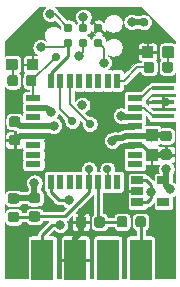
<source format=gtl>
G04 #@! TF.GenerationSoftware,KiCad,Pcbnew,(5.1.5)-3*
G04 #@! TF.CreationDate,2020-04-21T17:30:06+02:00*
G04 #@! TF.ProjectId,Wegard_Logger,57656761-7264-45f4-9c6f-676765722e6b,rev?*
G04 #@! TF.SameCoordinates,Original*
G04 #@! TF.FileFunction,Copper,L1,Top*
G04 #@! TF.FilePolarity,Positive*
%FSLAX46Y46*%
G04 Gerber Fmt 4.6, Leading zero omitted, Abs format (unit mm)*
G04 Created by KiCad (PCBNEW (5.1.5)-3) date 2020-04-21 17:30:06*
%MOMM*%
%LPD*%
G04 APERTURE LIST*
%ADD10R,1.060000X0.650000*%
%ADD11C,0.100000*%
%ADD12C,0.787400*%
%ADD13R,1.900000X0.400000*%
%ADD14R,1.846667X3.480000*%
%ADD15R,0.558800X1.270000*%
%ADD16R,1.270000X0.558800*%
%ADD17R,1.000000X1.100000*%
%ADD18C,0.800000*%
%ADD19C,0.736600*%
%ADD20C,0.500000*%
%ADD21C,0.250000*%
%ADD22C,0.203200*%
%ADD23C,0.101600*%
G04 APERTURE END LIST*
D10*
X154714121Y-108501141D03*
X154714121Y-110401141D03*
X152514121Y-110401141D03*
X152514121Y-109451141D03*
X152514121Y-108501141D03*
G04 #@! TA.AperFunction,SMDPad,CuDef*
D11*
G36*
X149541491Y-111590853D02*
G01*
X149562726Y-111594003D01*
X149583550Y-111599219D01*
X149603762Y-111606451D01*
X149623168Y-111615630D01*
X149641581Y-111626666D01*
X149658824Y-111639454D01*
X149674730Y-111653870D01*
X149689146Y-111669776D01*
X149701934Y-111687019D01*
X149712970Y-111705432D01*
X149722149Y-111724838D01*
X149729381Y-111745050D01*
X149734597Y-111765874D01*
X149737747Y-111787109D01*
X149738800Y-111808550D01*
X149738800Y-112321050D01*
X149737747Y-112342491D01*
X149734597Y-112363726D01*
X149729381Y-112384550D01*
X149722149Y-112404762D01*
X149712970Y-112424168D01*
X149701934Y-112442581D01*
X149689146Y-112459824D01*
X149674730Y-112475730D01*
X149658824Y-112490146D01*
X149641581Y-112502934D01*
X149623168Y-112513970D01*
X149603762Y-112523149D01*
X149583550Y-112530381D01*
X149562726Y-112535597D01*
X149541491Y-112538747D01*
X149520050Y-112539800D01*
X149082550Y-112539800D01*
X149061109Y-112538747D01*
X149039874Y-112535597D01*
X149019050Y-112530381D01*
X148998838Y-112523149D01*
X148979432Y-112513970D01*
X148961019Y-112502934D01*
X148943776Y-112490146D01*
X148927870Y-112475730D01*
X148913454Y-112459824D01*
X148900666Y-112442581D01*
X148889630Y-112424168D01*
X148880451Y-112404762D01*
X148873219Y-112384550D01*
X148868003Y-112363726D01*
X148864853Y-112342491D01*
X148863800Y-112321050D01*
X148863800Y-111808550D01*
X148864853Y-111787109D01*
X148868003Y-111765874D01*
X148873219Y-111745050D01*
X148880451Y-111724838D01*
X148889630Y-111705432D01*
X148900666Y-111687019D01*
X148913454Y-111669776D01*
X148927870Y-111653870D01*
X148943776Y-111639454D01*
X148961019Y-111626666D01*
X148979432Y-111615630D01*
X148998838Y-111606451D01*
X149019050Y-111599219D01*
X149039874Y-111594003D01*
X149061109Y-111590853D01*
X149082550Y-111589800D01*
X149520050Y-111589800D01*
X149541491Y-111590853D01*
G37*
G04 #@! TD.AperFunction*
G04 #@! TA.AperFunction,SMDPad,CuDef*
G36*
X147966491Y-111590853D02*
G01*
X147987726Y-111594003D01*
X148008550Y-111599219D01*
X148028762Y-111606451D01*
X148048168Y-111615630D01*
X148066581Y-111626666D01*
X148083824Y-111639454D01*
X148099730Y-111653870D01*
X148114146Y-111669776D01*
X148126934Y-111687019D01*
X148137970Y-111705432D01*
X148147149Y-111724838D01*
X148154381Y-111745050D01*
X148159597Y-111765874D01*
X148162747Y-111787109D01*
X148163800Y-111808550D01*
X148163800Y-112321050D01*
X148162747Y-112342491D01*
X148159597Y-112363726D01*
X148154381Y-112384550D01*
X148147149Y-112404762D01*
X148137970Y-112424168D01*
X148126934Y-112442581D01*
X148114146Y-112459824D01*
X148099730Y-112475730D01*
X148083824Y-112490146D01*
X148066581Y-112502934D01*
X148048168Y-112513970D01*
X148028762Y-112523149D01*
X148008550Y-112530381D01*
X147987726Y-112535597D01*
X147966491Y-112538747D01*
X147945050Y-112539800D01*
X147507550Y-112539800D01*
X147486109Y-112538747D01*
X147464874Y-112535597D01*
X147444050Y-112530381D01*
X147423838Y-112523149D01*
X147404432Y-112513970D01*
X147386019Y-112502934D01*
X147368776Y-112490146D01*
X147352870Y-112475730D01*
X147338454Y-112459824D01*
X147325666Y-112442581D01*
X147314630Y-112424168D01*
X147305451Y-112404762D01*
X147298219Y-112384550D01*
X147293003Y-112363726D01*
X147289853Y-112342491D01*
X147288800Y-112321050D01*
X147288800Y-111808550D01*
X147289853Y-111787109D01*
X147293003Y-111765874D01*
X147298219Y-111745050D01*
X147305451Y-111724838D01*
X147314630Y-111705432D01*
X147325666Y-111687019D01*
X147338454Y-111669776D01*
X147352870Y-111653870D01*
X147368776Y-111639454D01*
X147386019Y-111626666D01*
X147404432Y-111615630D01*
X147423838Y-111606451D01*
X147444050Y-111599219D01*
X147464874Y-111594003D01*
X147486109Y-111590853D01*
X147507550Y-111589800D01*
X147945050Y-111589800D01*
X147966491Y-111590853D01*
G37*
G04 #@! TD.AperFunction*
G04 #@! TA.AperFunction,SMDPad,CuDef*
G36*
X153021291Y-111565453D02*
G01*
X153042526Y-111568603D01*
X153063350Y-111573819D01*
X153083562Y-111581051D01*
X153102968Y-111590230D01*
X153121381Y-111601266D01*
X153138624Y-111614054D01*
X153154530Y-111628470D01*
X153168946Y-111644376D01*
X153181734Y-111661619D01*
X153192770Y-111680032D01*
X153201949Y-111699438D01*
X153209181Y-111719650D01*
X153214397Y-111740474D01*
X153217547Y-111761709D01*
X153218600Y-111783150D01*
X153218600Y-112295650D01*
X153217547Y-112317091D01*
X153214397Y-112338326D01*
X153209181Y-112359150D01*
X153201949Y-112379362D01*
X153192770Y-112398768D01*
X153181734Y-112417181D01*
X153168946Y-112434424D01*
X153154530Y-112450330D01*
X153138624Y-112464746D01*
X153121381Y-112477534D01*
X153102968Y-112488570D01*
X153083562Y-112497749D01*
X153063350Y-112504981D01*
X153042526Y-112510197D01*
X153021291Y-112513347D01*
X152999850Y-112514400D01*
X152562350Y-112514400D01*
X152540909Y-112513347D01*
X152519674Y-112510197D01*
X152498850Y-112504981D01*
X152478638Y-112497749D01*
X152459232Y-112488570D01*
X152440819Y-112477534D01*
X152423576Y-112464746D01*
X152407670Y-112450330D01*
X152393254Y-112434424D01*
X152380466Y-112417181D01*
X152369430Y-112398768D01*
X152360251Y-112379362D01*
X152353019Y-112359150D01*
X152347803Y-112338326D01*
X152344653Y-112317091D01*
X152343600Y-112295650D01*
X152343600Y-111783150D01*
X152344653Y-111761709D01*
X152347803Y-111740474D01*
X152353019Y-111719650D01*
X152360251Y-111699438D01*
X152369430Y-111680032D01*
X152380466Y-111661619D01*
X152393254Y-111644376D01*
X152407670Y-111628470D01*
X152423576Y-111614054D01*
X152440819Y-111601266D01*
X152459232Y-111590230D01*
X152478638Y-111581051D01*
X152498850Y-111573819D01*
X152519674Y-111568603D01*
X152540909Y-111565453D01*
X152562350Y-111564400D01*
X152999850Y-111564400D01*
X153021291Y-111565453D01*
G37*
G04 #@! TD.AperFunction*
G04 #@! TA.AperFunction,SMDPad,CuDef*
G36*
X151446291Y-111565453D02*
G01*
X151467526Y-111568603D01*
X151488350Y-111573819D01*
X151508562Y-111581051D01*
X151527968Y-111590230D01*
X151546381Y-111601266D01*
X151563624Y-111614054D01*
X151579530Y-111628470D01*
X151593946Y-111644376D01*
X151606734Y-111661619D01*
X151617770Y-111680032D01*
X151626949Y-111699438D01*
X151634181Y-111719650D01*
X151639397Y-111740474D01*
X151642547Y-111761709D01*
X151643600Y-111783150D01*
X151643600Y-112295650D01*
X151642547Y-112317091D01*
X151639397Y-112338326D01*
X151634181Y-112359150D01*
X151626949Y-112379362D01*
X151617770Y-112398768D01*
X151606734Y-112417181D01*
X151593946Y-112434424D01*
X151579530Y-112450330D01*
X151563624Y-112464746D01*
X151546381Y-112477534D01*
X151527968Y-112488570D01*
X151508562Y-112497749D01*
X151488350Y-112504981D01*
X151467526Y-112510197D01*
X151446291Y-112513347D01*
X151424850Y-112514400D01*
X150987350Y-112514400D01*
X150965909Y-112513347D01*
X150944674Y-112510197D01*
X150923850Y-112504981D01*
X150903638Y-112497749D01*
X150884232Y-112488570D01*
X150865819Y-112477534D01*
X150848576Y-112464746D01*
X150832670Y-112450330D01*
X150818254Y-112434424D01*
X150805466Y-112417181D01*
X150794430Y-112398768D01*
X150785251Y-112379362D01*
X150778019Y-112359150D01*
X150772803Y-112338326D01*
X150769653Y-112317091D01*
X150768600Y-112295650D01*
X150768600Y-111783150D01*
X150769653Y-111761709D01*
X150772803Y-111740474D01*
X150778019Y-111719650D01*
X150785251Y-111699438D01*
X150794430Y-111680032D01*
X150805466Y-111661619D01*
X150818254Y-111644376D01*
X150832670Y-111628470D01*
X150848576Y-111614054D01*
X150865819Y-111601266D01*
X150884232Y-111590230D01*
X150903638Y-111581051D01*
X150923850Y-111573819D01*
X150944674Y-111568603D01*
X150965909Y-111565453D01*
X150987350Y-111564400D01*
X151424850Y-111564400D01*
X151446291Y-111565453D01*
G37*
G04 #@! TD.AperFunction*
G04 #@! TA.AperFunction,SMDPad,CuDef*
G36*
X142390691Y-103119253D02*
G01*
X142411926Y-103122403D01*
X142432750Y-103127619D01*
X142452962Y-103134851D01*
X142472368Y-103144030D01*
X142490781Y-103155066D01*
X142508024Y-103167854D01*
X142523930Y-103182270D01*
X142538346Y-103198176D01*
X142551134Y-103215419D01*
X142562170Y-103233832D01*
X142571349Y-103253238D01*
X142578581Y-103273450D01*
X142583797Y-103294274D01*
X142586947Y-103315509D01*
X142588000Y-103336950D01*
X142588000Y-103774450D01*
X142586947Y-103795891D01*
X142583797Y-103817126D01*
X142578581Y-103837950D01*
X142571349Y-103858162D01*
X142562170Y-103877568D01*
X142551134Y-103895981D01*
X142538346Y-103913224D01*
X142523930Y-103929130D01*
X142508024Y-103943546D01*
X142490781Y-103956334D01*
X142472368Y-103967370D01*
X142452962Y-103976549D01*
X142432750Y-103983781D01*
X142411926Y-103988997D01*
X142390691Y-103992147D01*
X142369250Y-103993200D01*
X141856750Y-103993200D01*
X141835309Y-103992147D01*
X141814074Y-103988997D01*
X141793250Y-103983781D01*
X141773038Y-103976549D01*
X141753632Y-103967370D01*
X141735219Y-103956334D01*
X141717976Y-103943546D01*
X141702070Y-103929130D01*
X141687654Y-103913224D01*
X141674866Y-103895981D01*
X141663830Y-103877568D01*
X141654651Y-103858162D01*
X141647419Y-103837950D01*
X141642203Y-103817126D01*
X141639053Y-103795891D01*
X141638000Y-103774450D01*
X141638000Y-103336950D01*
X141639053Y-103315509D01*
X141642203Y-103294274D01*
X141647419Y-103273450D01*
X141654651Y-103253238D01*
X141663830Y-103233832D01*
X141674866Y-103215419D01*
X141687654Y-103198176D01*
X141702070Y-103182270D01*
X141717976Y-103167854D01*
X141735219Y-103155066D01*
X141753632Y-103144030D01*
X141773038Y-103134851D01*
X141793250Y-103127619D01*
X141814074Y-103122403D01*
X141835309Y-103119253D01*
X141856750Y-103118200D01*
X142369250Y-103118200D01*
X142390691Y-103119253D01*
G37*
G04 #@! TD.AperFunction*
G04 #@! TA.AperFunction,SMDPad,CuDef*
G36*
X142390691Y-104694253D02*
G01*
X142411926Y-104697403D01*
X142432750Y-104702619D01*
X142452962Y-104709851D01*
X142472368Y-104719030D01*
X142490781Y-104730066D01*
X142508024Y-104742854D01*
X142523930Y-104757270D01*
X142538346Y-104773176D01*
X142551134Y-104790419D01*
X142562170Y-104808832D01*
X142571349Y-104828238D01*
X142578581Y-104848450D01*
X142583797Y-104869274D01*
X142586947Y-104890509D01*
X142588000Y-104911950D01*
X142588000Y-105349450D01*
X142586947Y-105370891D01*
X142583797Y-105392126D01*
X142578581Y-105412950D01*
X142571349Y-105433162D01*
X142562170Y-105452568D01*
X142551134Y-105470981D01*
X142538346Y-105488224D01*
X142523930Y-105504130D01*
X142508024Y-105518546D01*
X142490781Y-105531334D01*
X142472368Y-105542370D01*
X142452962Y-105551549D01*
X142432750Y-105558781D01*
X142411926Y-105563997D01*
X142390691Y-105567147D01*
X142369250Y-105568200D01*
X141856750Y-105568200D01*
X141835309Y-105567147D01*
X141814074Y-105563997D01*
X141793250Y-105558781D01*
X141773038Y-105551549D01*
X141753632Y-105542370D01*
X141735219Y-105531334D01*
X141717976Y-105518546D01*
X141702070Y-105504130D01*
X141687654Y-105488224D01*
X141674866Y-105470981D01*
X141663830Y-105452568D01*
X141654651Y-105433162D01*
X141647419Y-105412950D01*
X141642203Y-105392126D01*
X141639053Y-105370891D01*
X141638000Y-105349450D01*
X141638000Y-104911950D01*
X141639053Y-104890509D01*
X141642203Y-104869274D01*
X141647419Y-104848450D01*
X141654651Y-104828238D01*
X141663830Y-104808832D01*
X141674866Y-104790419D01*
X141687654Y-104773176D01*
X141702070Y-104757270D01*
X141717976Y-104742854D01*
X141735219Y-104730066D01*
X141753632Y-104719030D01*
X141773038Y-104709851D01*
X141793250Y-104702619D01*
X141814074Y-104697403D01*
X141835309Y-104694253D01*
X141856750Y-104693200D01*
X142369250Y-104693200D01*
X142390691Y-104694253D01*
G37*
G04 #@! TD.AperFunction*
G04 #@! TA.AperFunction,SMDPad,CuDef*
G36*
X142177831Y-99604591D02*
G01*
X142199066Y-99607741D01*
X142219890Y-99612957D01*
X142240102Y-99620189D01*
X142259508Y-99629368D01*
X142277921Y-99640404D01*
X142295164Y-99653192D01*
X142311070Y-99667608D01*
X142325486Y-99683514D01*
X142338274Y-99700757D01*
X142349310Y-99719170D01*
X142358489Y-99738576D01*
X142365721Y-99758788D01*
X142370937Y-99779612D01*
X142374087Y-99800847D01*
X142375140Y-99822288D01*
X142375140Y-100334788D01*
X142374087Y-100356229D01*
X142370937Y-100377464D01*
X142365721Y-100398288D01*
X142358489Y-100418500D01*
X142349310Y-100437906D01*
X142338274Y-100456319D01*
X142325486Y-100473562D01*
X142311070Y-100489468D01*
X142295164Y-100503884D01*
X142277921Y-100516672D01*
X142259508Y-100527708D01*
X142240102Y-100536887D01*
X142219890Y-100544119D01*
X142199066Y-100549335D01*
X142177831Y-100552485D01*
X142156390Y-100553538D01*
X141718890Y-100553538D01*
X141697449Y-100552485D01*
X141676214Y-100549335D01*
X141655390Y-100544119D01*
X141635178Y-100536887D01*
X141615772Y-100527708D01*
X141597359Y-100516672D01*
X141580116Y-100503884D01*
X141564210Y-100489468D01*
X141549794Y-100473562D01*
X141537006Y-100456319D01*
X141525970Y-100437906D01*
X141516791Y-100418500D01*
X141509559Y-100398288D01*
X141504343Y-100377464D01*
X141501193Y-100356229D01*
X141500140Y-100334788D01*
X141500140Y-99822288D01*
X141501193Y-99800847D01*
X141504343Y-99779612D01*
X141509559Y-99758788D01*
X141516791Y-99738576D01*
X141525970Y-99719170D01*
X141537006Y-99700757D01*
X141549794Y-99683514D01*
X141564210Y-99667608D01*
X141580116Y-99653192D01*
X141597359Y-99640404D01*
X141615772Y-99629368D01*
X141635178Y-99620189D01*
X141655390Y-99612957D01*
X141676214Y-99607741D01*
X141697449Y-99604591D01*
X141718890Y-99603538D01*
X142156390Y-99603538D01*
X142177831Y-99604591D01*
G37*
G04 #@! TD.AperFunction*
G04 #@! TA.AperFunction,SMDPad,CuDef*
G36*
X143752831Y-99604591D02*
G01*
X143774066Y-99607741D01*
X143794890Y-99612957D01*
X143815102Y-99620189D01*
X143834508Y-99629368D01*
X143852921Y-99640404D01*
X143870164Y-99653192D01*
X143886070Y-99667608D01*
X143900486Y-99683514D01*
X143913274Y-99700757D01*
X143924310Y-99719170D01*
X143933489Y-99738576D01*
X143940721Y-99758788D01*
X143945937Y-99779612D01*
X143949087Y-99800847D01*
X143950140Y-99822288D01*
X143950140Y-100334788D01*
X143949087Y-100356229D01*
X143945937Y-100377464D01*
X143940721Y-100398288D01*
X143933489Y-100418500D01*
X143924310Y-100437906D01*
X143913274Y-100456319D01*
X143900486Y-100473562D01*
X143886070Y-100489468D01*
X143870164Y-100503884D01*
X143852921Y-100516672D01*
X143834508Y-100527708D01*
X143815102Y-100536887D01*
X143794890Y-100544119D01*
X143774066Y-100549335D01*
X143752831Y-100552485D01*
X143731390Y-100553538D01*
X143293890Y-100553538D01*
X143272449Y-100552485D01*
X143251214Y-100549335D01*
X143230390Y-100544119D01*
X143210178Y-100536887D01*
X143190772Y-100527708D01*
X143172359Y-100516672D01*
X143155116Y-100503884D01*
X143139210Y-100489468D01*
X143124794Y-100473562D01*
X143112006Y-100456319D01*
X143100970Y-100437906D01*
X143091791Y-100418500D01*
X143084559Y-100398288D01*
X143079343Y-100377464D01*
X143076193Y-100356229D01*
X143075140Y-100334788D01*
X143075140Y-99822288D01*
X143076193Y-99800847D01*
X143079343Y-99779612D01*
X143084559Y-99758788D01*
X143091791Y-99738576D01*
X143100970Y-99719170D01*
X143112006Y-99700757D01*
X143124794Y-99683514D01*
X143139210Y-99667608D01*
X143155116Y-99653192D01*
X143172359Y-99640404D01*
X143190772Y-99629368D01*
X143210178Y-99620189D01*
X143230390Y-99612957D01*
X143251214Y-99607741D01*
X143272449Y-99604591D01*
X143293890Y-99603538D01*
X143731390Y-99603538D01*
X143752831Y-99604591D01*
G37*
G04 #@! TD.AperFunction*
G04 #@! TA.AperFunction,SMDPad,CuDef*
G36*
X142289091Y-111196653D02*
G01*
X142310326Y-111199803D01*
X142331150Y-111205019D01*
X142351362Y-111212251D01*
X142370768Y-111221430D01*
X142389181Y-111232466D01*
X142406424Y-111245254D01*
X142422330Y-111259670D01*
X142436746Y-111275576D01*
X142449534Y-111292819D01*
X142460570Y-111311232D01*
X142469749Y-111330638D01*
X142476981Y-111350850D01*
X142482197Y-111371674D01*
X142485347Y-111392909D01*
X142486400Y-111414350D01*
X142486400Y-111851850D01*
X142485347Y-111873291D01*
X142482197Y-111894526D01*
X142476981Y-111915350D01*
X142469749Y-111935562D01*
X142460570Y-111954968D01*
X142449534Y-111973381D01*
X142436746Y-111990624D01*
X142422330Y-112006530D01*
X142406424Y-112020946D01*
X142389181Y-112033734D01*
X142370768Y-112044770D01*
X142351362Y-112053949D01*
X142331150Y-112061181D01*
X142310326Y-112066397D01*
X142289091Y-112069547D01*
X142267650Y-112070600D01*
X141755150Y-112070600D01*
X141733709Y-112069547D01*
X141712474Y-112066397D01*
X141691650Y-112061181D01*
X141671438Y-112053949D01*
X141652032Y-112044770D01*
X141633619Y-112033734D01*
X141616376Y-112020946D01*
X141600470Y-112006530D01*
X141586054Y-111990624D01*
X141573266Y-111973381D01*
X141562230Y-111954968D01*
X141553051Y-111935562D01*
X141545819Y-111915350D01*
X141540603Y-111894526D01*
X141537453Y-111873291D01*
X141536400Y-111851850D01*
X141536400Y-111414350D01*
X141537453Y-111392909D01*
X141540603Y-111371674D01*
X141545819Y-111350850D01*
X141553051Y-111330638D01*
X141562230Y-111311232D01*
X141573266Y-111292819D01*
X141586054Y-111275576D01*
X141600470Y-111259670D01*
X141616376Y-111245254D01*
X141633619Y-111232466D01*
X141652032Y-111221430D01*
X141671438Y-111212251D01*
X141691650Y-111205019D01*
X141712474Y-111199803D01*
X141733709Y-111196653D01*
X141755150Y-111195600D01*
X142267650Y-111195600D01*
X142289091Y-111196653D01*
G37*
G04 #@! TD.AperFunction*
G04 #@! TA.AperFunction,SMDPad,CuDef*
G36*
X142289091Y-109621653D02*
G01*
X142310326Y-109624803D01*
X142331150Y-109630019D01*
X142351362Y-109637251D01*
X142370768Y-109646430D01*
X142389181Y-109657466D01*
X142406424Y-109670254D01*
X142422330Y-109684670D01*
X142436746Y-109700576D01*
X142449534Y-109717819D01*
X142460570Y-109736232D01*
X142469749Y-109755638D01*
X142476981Y-109775850D01*
X142482197Y-109796674D01*
X142485347Y-109817909D01*
X142486400Y-109839350D01*
X142486400Y-110276850D01*
X142485347Y-110298291D01*
X142482197Y-110319526D01*
X142476981Y-110340350D01*
X142469749Y-110360562D01*
X142460570Y-110379968D01*
X142449534Y-110398381D01*
X142436746Y-110415624D01*
X142422330Y-110431530D01*
X142406424Y-110445946D01*
X142389181Y-110458734D01*
X142370768Y-110469770D01*
X142351362Y-110478949D01*
X142331150Y-110486181D01*
X142310326Y-110491397D01*
X142289091Y-110494547D01*
X142267650Y-110495600D01*
X141755150Y-110495600D01*
X141733709Y-110494547D01*
X141712474Y-110491397D01*
X141691650Y-110486181D01*
X141671438Y-110478949D01*
X141652032Y-110469770D01*
X141633619Y-110458734D01*
X141616376Y-110445946D01*
X141600470Y-110431530D01*
X141586054Y-110415624D01*
X141573266Y-110398381D01*
X141562230Y-110379968D01*
X141553051Y-110360562D01*
X141545819Y-110340350D01*
X141540603Y-110319526D01*
X141537453Y-110298291D01*
X141536400Y-110276850D01*
X141536400Y-109839350D01*
X141537453Y-109817909D01*
X141540603Y-109796674D01*
X141545819Y-109775850D01*
X141553051Y-109755638D01*
X141562230Y-109736232D01*
X141573266Y-109717819D01*
X141586054Y-109700576D01*
X141600470Y-109684670D01*
X141616376Y-109670254D01*
X141633619Y-109657466D01*
X141652032Y-109646430D01*
X141671438Y-109637251D01*
X141691650Y-109630019D01*
X141712474Y-109624803D01*
X141733709Y-109621653D01*
X141755150Y-109620600D01*
X142267650Y-109620600D01*
X142289091Y-109621653D01*
G37*
G04 #@! TD.AperFunction*
G04 #@! TA.AperFunction,SMDPad,CuDef*
G36*
X153717047Y-98474300D02*
G01*
X153738282Y-98477450D01*
X153759106Y-98482666D01*
X153779318Y-98489898D01*
X153798724Y-98499077D01*
X153817137Y-98510113D01*
X153834380Y-98522901D01*
X153850286Y-98537317D01*
X153864702Y-98553223D01*
X153877490Y-98570466D01*
X153888526Y-98588879D01*
X153897705Y-98608285D01*
X153904937Y-98628497D01*
X153910153Y-98649321D01*
X153913303Y-98670556D01*
X153914356Y-98691997D01*
X153914356Y-99204497D01*
X153913303Y-99225938D01*
X153910153Y-99247173D01*
X153904937Y-99267997D01*
X153897705Y-99288209D01*
X153888526Y-99307615D01*
X153877490Y-99326028D01*
X153864702Y-99343271D01*
X153850286Y-99359177D01*
X153834380Y-99373593D01*
X153817137Y-99386381D01*
X153798724Y-99397417D01*
X153779318Y-99406596D01*
X153759106Y-99413828D01*
X153738282Y-99419044D01*
X153717047Y-99422194D01*
X153695606Y-99423247D01*
X153258106Y-99423247D01*
X153236665Y-99422194D01*
X153215430Y-99419044D01*
X153194606Y-99413828D01*
X153174394Y-99406596D01*
X153154988Y-99397417D01*
X153136575Y-99386381D01*
X153119332Y-99373593D01*
X153103426Y-99359177D01*
X153089010Y-99343271D01*
X153076222Y-99326028D01*
X153065186Y-99307615D01*
X153056007Y-99288209D01*
X153048775Y-99267997D01*
X153043559Y-99247173D01*
X153040409Y-99225938D01*
X153039356Y-99204497D01*
X153039356Y-98691997D01*
X153040409Y-98670556D01*
X153043559Y-98649321D01*
X153048775Y-98628497D01*
X153056007Y-98608285D01*
X153065186Y-98588879D01*
X153076222Y-98570466D01*
X153089010Y-98553223D01*
X153103426Y-98537317D01*
X153119332Y-98522901D01*
X153136575Y-98510113D01*
X153154988Y-98499077D01*
X153174394Y-98489898D01*
X153194606Y-98482666D01*
X153215430Y-98477450D01*
X153236665Y-98474300D01*
X153258106Y-98473247D01*
X153695606Y-98473247D01*
X153717047Y-98474300D01*
G37*
G04 #@! TD.AperFunction*
G04 #@! TA.AperFunction,SMDPad,CuDef*
G36*
X155292047Y-98474300D02*
G01*
X155313282Y-98477450D01*
X155334106Y-98482666D01*
X155354318Y-98489898D01*
X155373724Y-98499077D01*
X155392137Y-98510113D01*
X155409380Y-98522901D01*
X155425286Y-98537317D01*
X155439702Y-98553223D01*
X155452490Y-98570466D01*
X155463526Y-98588879D01*
X155472705Y-98608285D01*
X155479937Y-98628497D01*
X155485153Y-98649321D01*
X155488303Y-98670556D01*
X155489356Y-98691997D01*
X155489356Y-99204497D01*
X155488303Y-99225938D01*
X155485153Y-99247173D01*
X155479937Y-99267997D01*
X155472705Y-99288209D01*
X155463526Y-99307615D01*
X155452490Y-99326028D01*
X155439702Y-99343271D01*
X155425286Y-99359177D01*
X155409380Y-99373593D01*
X155392137Y-99386381D01*
X155373724Y-99397417D01*
X155354318Y-99406596D01*
X155334106Y-99413828D01*
X155313282Y-99419044D01*
X155292047Y-99422194D01*
X155270606Y-99423247D01*
X154833106Y-99423247D01*
X154811665Y-99422194D01*
X154790430Y-99419044D01*
X154769606Y-99413828D01*
X154749394Y-99406596D01*
X154729988Y-99397417D01*
X154711575Y-99386381D01*
X154694332Y-99373593D01*
X154678426Y-99359177D01*
X154664010Y-99343271D01*
X154651222Y-99326028D01*
X154640186Y-99307615D01*
X154631007Y-99288209D01*
X154623775Y-99267997D01*
X154618559Y-99247173D01*
X154615409Y-99225938D01*
X154614356Y-99204497D01*
X154614356Y-98691997D01*
X154615409Y-98670556D01*
X154618559Y-98649321D01*
X154623775Y-98628497D01*
X154631007Y-98608285D01*
X154640186Y-98588879D01*
X154651222Y-98570466D01*
X154664010Y-98553223D01*
X154678426Y-98537317D01*
X154694332Y-98522901D01*
X154711575Y-98510113D01*
X154729988Y-98499077D01*
X154749394Y-98489898D01*
X154769606Y-98482666D01*
X154790430Y-98477450D01*
X154811665Y-98474300D01*
X154833106Y-98473247D01*
X155270606Y-98473247D01*
X155292047Y-98474300D01*
G37*
G04 #@! TD.AperFunction*
G04 #@! TA.AperFunction,SMDPad,CuDef*
G36*
X144067091Y-109570853D02*
G01*
X144088326Y-109574003D01*
X144109150Y-109579219D01*
X144129362Y-109586451D01*
X144148768Y-109595630D01*
X144167181Y-109606666D01*
X144184424Y-109619454D01*
X144200330Y-109633870D01*
X144214746Y-109649776D01*
X144227534Y-109667019D01*
X144238570Y-109685432D01*
X144247749Y-109704838D01*
X144254981Y-109725050D01*
X144260197Y-109745874D01*
X144263347Y-109767109D01*
X144264400Y-109788550D01*
X144264400Y-110226050D01*
X144263347Y-110247491D01*
X144260197Y-110268726D01*
X144254981Y-110289550D01*
X144247749Y-110309762D01*
X144238570Y-110329168D01*
X144227534Y-110347581D01*
X144214746Y-110364824D01*
X144200330Y-110380730D01*
X144184424Y-110395146D01*
X144167181Y-110407934D01*
X144148768Y-110418970D01*
X144129362Y-110428149D01*
X144109150Y-110435381D01*
X144088326Y-110440597D01*
X144067091Y-110443747D01*
X144045650Y-110444800D01*
X143533150Y-110444800D01*
X143511709Y-110443747D01*
X143490474Y-110440597D01*
X143469650Y-110435381D01*
X143449438Y-110428149D01*
X143430032Y-110418970D01*
X143411619Y-110407934D01*
X143394376Y-110395146D01*
X143378470Y-110380730D01*
X143364054Y-110364824D01*
X143351266Y-110347581D01*
X143340230Y-110329168D01*
X143331051Y-110309762D01*
X143323819Y-110289550D01*
X143318603Y-110268726D01*
X143315453Y-110247491D01*
X143314400Y-110226050D01*
X143314400Y-109788550D01*
X143315453Y-109767109D01*
X143318603Y-109745874D01*
X143323819Y-109725050D01*
X143331051Y-109704838D01*
X143340230Y-109685432D01*
X143351266Y-109667019D01*
X143364054Y-109649776D01*
X143378470Y-109633870D01*
X143394376Y-109619454D01*
X143411619Y-109606666D01*
X143430032Y-109595630D01*
X143449438Y-109586451D01*
X143469650Y-109579219D01*
X143490474Y-109574003D01*
X143511709Y-109570853D01*
X143533150Y-109569800D01*
X144045650Y-109569800D01*
X144067091Y-109570853D01*
G37*
G04 #@! TD.AperFunction*
G04 #@! TA.AperFunction,SMDPad,CuDef*
G36*
X144067091Y-111145853D02*
G01*
X144088326Y-111149003D01*
X144109150Y-111154219D01*
X144129362Y-111161451D01*
X144148768Y-111170630D01*
X144167181Y-111181666D01*
X144184424Y-111194454D01*
X144200330Y-111208870D01*
X144214746Y-111224776D01*
X144227534Y-111242019D01*
X144238570Y-111260432D01*
X144247749Y-111279838D01*
X144254981Y-111300050D01*
X144260197Y-111320874D01*
X144263347Y-111342109D01*
X144264400Y-111363550D01*
X144264400Y-111801050D01*
X144263347Y-111822491D01*
X144260197Y-111843726D01*
X144254981Y-111864550D01*
X144247749Y-111884762D01*
X144238570Y-111904168D01*
X144227534Y-111922581D01*
X144214746Y-111939824D01*
X144200330Y-111955730D01*
X144184424Y-111970146D01*
X144167181Y-111982934D01*
X144148768Y-111993970D01*
X144129362Y-112003149D01*
X144109150Y-112010381D01*
X144088326Y-112015597D01*
X144067091Y-112018747D01*
X144045650Y-112019800D01*
X143533150Y-112019800D01*
X143511709Y-112018747D01*
X143490474Y-112015597D01*
X143469650Y-112010381D01*
X143449438Y-112003149D01*
X143430032Y-111993970D01*
X143411619Y-111982934D01*
X143394376Y-111970146D01*
X143378470Y-111955730D01*
X143364054Y-111939824D01*
X143351266Y-111922581D01*
X143340230Y-111904168D01*
X143331051Y-111884762D01*
X143323819Y-111864550D01*
X143318603Y-111843726D01*
X143315453Y-111822491D01*
X143314400Y-111801050D01*
X143314400Y-111363550D01*
X143315453Y-111342109D01*
X143318603Y-111320874D01*
X143323819Y-111300050D01*
X143331051Y-111279838D01*
X143340230Y-111260432D01*
X143351266Y-111242019D01*
X143364054Y-111224776D01*
X143378470Y-111208870D01*
X143394376Y-111194454D01*
X143411619Y-111181666D01*
X143430032Y-111170630D01*
X143449438Y-111161451D01*
X143469650Y-111154219D01*
X143490474Y-111149003D01*
X143511709Y-111145853D01*
X143533150Y-111144800D01*
X144045650Y-111144800D01*
X144067091Y-111145853D01*
G37*
G04 #@! TD.AperFunction*
G04 #@! TA.AperFunction,SMDPad,CuDef*
G36*
X155204991Y-105913453D02*
G01*
X155226226Y-105916603D01*
X155247050Y-105921819D01*
X155267262Y-105929051D01*
X155286668Y-105938230D01*
X155305081Y-105949266D01*
X155322324Y-105962054D01*
X155338230Y-105976470D01*
X155352646Y-105992376D01*
X155365434Y-106009619D01*
X155376470Y-106028032D01*
X155385649Y-106047438D01*
X155392881Y-106067650D01*
X155398097Y-106088474D01*
X155401247Y-106109709D01*
X155402300Y-106131150D01*
X155402300Y-106568650D01*
X155401247Y-106590091D01*
X155398097Y-106611326D01*
X155392881Y-106632150D01*
X155385649Y-106652362D01*
X155376470Y-106671768D01*
X155365434Y-106690181D01*
X155352646Y-106707424D01*
X155338230Y-106723330D01*
X155322324Y-106737746D01*
X155305081Y-106750534D01*
X155286668Y-106761570D01*
X155267262Y-106770749D01*
X155247050Y-106777981D01*
X155226226Y-106783197D01*
X155204991Y-106786347D01*
X155183550Y-106787400D01*
X154671050Y-106787400D01*
X154649609Y-106786347D01*
X154628374Y-106783197D01*
X154607550Y-106777981D01*
X154587338Y-106770749D01*
X154567932Y-106761570D01*
X154549519Y-106750534D01*
X154532276Y-106737746D01*
X154516370Y-106723330D01*
X154501954Y-106707424D01*
X154489166Y-106690181D01*
X154478130Y-106671768D01*
X154468951Y-106652362D01*
X154461719Y-106632150D01*
X154456503Y-106611326D01*
X154453353Y-106590091D01*
X154452300Y-106568650D01*
X154452300Y-106131150D01*
X154453353Y-106109709D01*
X154456503Y-106088474D01*
X154461719Y-106067650D01*
X154468951Y-106047438D01*
X154478130Y-106028032D01*
X154489166Y-106009619D01*
X154501954Y-105992376D01*
X154516370Y-105976470D01*
X154532276Y-105962054D01*
X154549519Y-105949266D01*
X154567932Y-105938230D01*
X154587338Y-105929051D01*
X154607550Y-105921819D01*
X154628374Y-105916603D01*
X154649609Y-105913453D01*
X154671050Y-105912400D01*
X155183550Y-105912400D01*
X155204991Y-105913453D01*
G37*
G04 #@! TD.AperFunction*
G04 #@! TA.AperFunction,SMDPad,CuDef*
G36*
X155204991Y-104338453D02*
G01*
X155226226Y-104341603D01*
X155247050Y-104346819D01*
X155267262Y-104354051D01*
X155286668Y-104363230D01*
X155305081Y-104374266D01*
X155322324Y-104387054D01*
X155338230Y-104401470D01*
X155352646Y-104417376D01*
X155365434Y-104434619D01*
X155376470Y-104453032D01*
X155385649Y-104472438D01*
X155392881Y-104492650D01*
X155398097Y-104513474D01*
X155401247Y-104534709D01*
X155402300Y-104556150D01*
X155402300Y-104993650D01*
X155401247Y-105015091D01*
X155398097Y-105036326D01*
X155392881Y-105057150D01*
X155385649Y-105077362D01*
X155376470Y-105096768D01*
X155365434Y-105115181D01*
X155352646Y-105132424D01*
X155338230Y-105148330D01*
X155322324Y-105162746D01*
X155305081Y-105175534D01*
X155286668Y-105186570D01*
X155267262Y-105195749D01*
X155247050Y-105202981D01*
X155226226Y-105208197D01*
X155204991Y-105211347D01*
X155183550Y-105212400D01*
X154671050Y-105212400D01*
X154649609Y-105211347D01*
X154628374Y-105208197D01*
X154607550Y-105202981D01*
X154587338Y-105195749D01*
X154567932Y-105186570D01*
X154549519Y-105175534D01*
X154532276Y-105162746D01*
X154516370Y-105148330D01*
X154501954Y-105132424D01*
X154489166Y-105115181D01*
X154478130Y-105096768D01*
X154468951Y-105077362D01*
X154461719Y-105057150D01*
X154456503Y-105036326D01*
X154453353Y-105015091D01*
X154452300Y-104993650D01*
X154452300Y-104556150D01*
X154453353Y-104534709D01*
X154456503Y-104513474D01*
X154461719Y-104492650D01*
X154468951Y-104472438D01*
X154478130Y-104453032D01*
X154489166Y-104434619D01*
X154501954Y-104417376D01*
X154516370Y-104401470D01*
X154532276Y-104387054D01*
X154549519Y-104374266D01*
X154567932Y-104363230D01*
X154587338Y-104354051D01*
X154607550Y-104346819D01*
X154628374Y-104341603D01*
X154649609Y-104338453D01*
X154671050Y-104337400D01*
X155183550Y-104337400D01*
X155204991Y-104338453D01*
G37*
G04 #@! TD.AperFunction*
D12*
X149199600Y-95605600D03*
X149199600Y-96875600D03*
X147929600Y-95605600D03*
X147929600Y-96875600D03*
X146659600Y-95605600D03*
X146659600Y-96875600D03*
D13*
X154686000Y-103104800D03*
X154686000Y-101904800D03*
X154686000Y-100704800D03*
D14*
X152770400Y-115239800D03*
X150000400Y-115239800D03*
X147230400Y-115239800D03*
X144460400Y-115239800D03*
G04 #@! TA.AperFunction,SMDPad,CuDef*
D11*
G36*
X142230621Y-98215282D02*
G01*
X142245182Y-98217442D01*
X142259461Y-98221019D01*
X142273321Y-98225978D01*
X142286628Y-98232272D01*
X142299254Y-98239840D01*
X142311077Y-98248608D01*
X142321984Y-98258494D01*
X142331870Y-98269401D01*
X142340638Y-98281224D01*
X142348206Y-98293850D01*
X142354500Y-98307157D01*
X142359459Y-98321017D01*
X142363036Y-98335296D01*
X142365196Y-98349857D01*
X142365918Y-98364560D01*
X142365918Y-99064560D01*
X142365196Y-99079263D01*
X142363036Y-99093824D01*
X142359459Y-99108103D01*
X142354500Y-99121963D01*
X142348206Y-99135270D01*
X142340638Y-99147896D01*
X142331870Y-99159719D01*
X142321984Y-99170626D01*
X142311077Y-99180512D01*
X142299254Y-99189280D01*
X142286628Y-99196848D01*
X142273321Y-99203142D01*
X142259461Y-99208101D01*
X142245182Y-99211678D01*
X142230621Y-99213838D01*
X142215918Y-99214560D01*
X141515918Y-99214560D01*
X141501215Y-99213838D01*
X141486654Y-99211678D01*
X141472375Y-99208101D01*
X141458515Y-99203142D01*
X141445208Y-99196848D01*
X141432582Y-99189280D01*
X141420759Y-99180512D01*
X141409852Y-99170626D01*
X141399966Y-99159719D01*
X141391198Y-99147896D01*
X141383630Y-99135270D01*
X141377336Y-99121963D01*
X141372377Y-99108103D01*
X141368800Y-99093824D01*
X141366640Y-99079263D01*
X141365918Y-99064560D01*
X141365918Y-98364560D01*
X141366640Y-98349857D01*
X141368800Y-98335296D01*
X141372377Y-98321017D01*
X141377336Y-98307157D01*
X141383630Y-98293850D01*
X141391198Y-98281224D01*
X141399966Y-98269401D01*
X141409852Y-98258494D01*
X141420759Y-98248608D01*
X141432582Y-98239840D01*
X141445208Y-98232272D01*
X141458515Y-98225978D01*
X141472375Y-98221019D01*
X141486654Y-98217442D01*
X141501215Y-98215282D01*
X141515918Y-98214560D01*
X142215918Y-98214560D01*
X142230621Y-98215282D01*
G37*
G04 #@! TD.AperFunction*
G04 #@! TA.AperFunction,SMDPad,CuDef*
G36*
X143984621Y-98215282D02*
G01*
X143999182Y-98217442D01*
X144013461Y-98221019D01*
X144027321Y-98225978D01*
X144040628Y-98232272D01*
X144053254Y-98239840D01*
X144065077Y-98248608D01*
X144075984Y-98258494D01*
X144085870Y-98269401D01*
X144094638Y-98281224D01*
X144102206Y-98293850D01*
X144108500Y-98307157D01*
X144113459Y-98321017D01*
X144117036Y-98335296D01*
X144119196Y-98349857D01*
X144119918Y-98364560D01*
X144119918Y-99064560D01*
X144119196Y-99079263D01*
X144117036Y-99093824D01*
X144113459Y-99108103D01*
X144108500Y-99121963D01*
X144102206Y-99135270D01*
X144094638Y-99147896D01*
X144085870Y-99159719D01*
X144075984Y-99170626D01*
X144065077Y-99180512D01*
X144053254Y-99189280D01*
X144040628Y-99196848D01*
X144027321Y-99203142D01*
X144013461Y-99208101D01*
X143999182Y-99211678D01*
X143984621Y-99213838D01*
X143969918Y-99214560D01*
X143269918Y-99214560D01*
X143255215Y-99213838D01*
X143240654Y-99211678D01*
X143226375Y-99208101D01*
X143212515Y-99203142D01*
X143199208Y-99196848D01*
X143186582Y-99189280D01*
X143174759Y-99180512D01*
X143163852Y-99170626D01*
X143153966Y-99159719D01*
X143145198Y-99147896D01*
X143137630Y-99135270D01*
X143131336Y-99121963D01*
X143126377Y-99108103D01*
X143122800Y-99093824D01*
X143120640Y-99079263D01*
X143119918Y-99064560D01*
X143119918Y-98364560D01*
X143120640Y-98349857D01*
X143122800Y-98335296D01*
X143126377Y-98321017D01*
X143131336Y-98307157D01*
X143137630Y-98293850D01*
X143145198Y-98281224D01*
X143153966Y-98269401D01*
X143163852Y-98258494D01*
X143174759Y-98248608D01*
X143186582Y-98239840D01*
X143199208Y-98232272D01*
X143212515Y-98225978D01*
X143226375Y-98221019D01*
X143240654Y-98217442D01*
X143255215Y-98215282D01*
X143269918Y-98214560D01*
X143969918Y-98214560D01*
X143984621Y-98215282D01*
G37*
G04 #@! TD.AperFunction*
G04 #@! TA.AperFunction,SMDPad,CuDef*
G36*
X155483199Y-97163722D02*
G01*
X155497760Y-97165882D01*
X155512039Y-97169459D01*
X155525899Y-97174418D01*
X155539206Y-97180712D01*
X155551832Y-97188280D01*
X155563655Y-97197048D01*
X155574562Y-97206934D01*
X155584448Y-97217841D01*
X155593216Y-97229664D01*
X155600784Y-97242290D01*
X155607078Y-97255597D01*
X155612037Y-97269457D01*
X155615614Y-97283736D01*
X155617774Y-97298297D01*
X155618496Y-97313000D01*
X155618496Y-98013000D01*
X155617774Y-98027703D01*
X155615614Y-98042264D01*
X155612037Y-98056543D01*
X155607078Y-98070403D01*
X155600784Y-98083710D01*
X155593216Y-98096336D01*
X155584448Y-98108159D01*
X155574562Y-98119066D01*
X155563655Y-98128952D01*
X155551832Y-98137720D01*
X155539206Y-98145288D01*
X155525899Y-98151582D01*
X155512039Y-98156541D01*
X155497760Y-98160118D01*
X155483199Y-98162278D01*
X155468496Y-98163000D01*
X154768496Y-98163000D01*
X154753793Y-98162278D01*
X154739232Y-98160118D01*
X154724953Y-98156541D01*
X154711093Y-98151582D01*
X154697786Y-98145288D01*
X154685160Y-98137720D01*
X154673337Y-98128952D01*
X154662430Y-98119066D01*
X154652544Y-98108159D01*
X154643776Y-98096336D01*
X154636208Y-98083710D01*
X154629914Y-98070403D01*
X154624955Y-98056543D01*
X154621378Y-98042264D01*
X154619218Y-98027703D01*
X154618496Y-98013000D01*
X154618496Y-97313000D01*
X154619218Y-97298297D01*
X154621378Y-97283736D01*
X154624955Y-97269457D01*
X154629914Y-97255597D01*
X154636208Y-97242290D01*
X154643776Y-97229664D01*
X154652544Y-97217841D01*
X154662430Y-97206934D01*
X154673337Y-97197048D01*
X154685160Y-97188280D01*
X154697786Y-97180712D01*
X154711093Y-97174418D01*
X154724953Y-97169459D01*
X154739232Y-97165882D01*
X154753793Y-97163722D01*
X154768496Y-97163000D01*
X155468496Y-97163000D01*
X155483199Y-97163722D01*
G37*
G04 #@! TD.AperFunction*
G04 #@! TA.AperFunction,SMDPad,CuDef*
G36*
X153729199Y-97163722D02*
G01*
X153743760Y-97165882D01*
X153758039Y-97169459D01*
X153771899Y-97174418D01*
X153785206Y-97180712D01*
X153797832Y-97188280D01*
X153809655Y-97197048D01*
X153820562Y-97206934D01*
X153830448Y-97217841D01*
X153839216Y-97229664D01*
X153846784Y-97242290D01*
X153853078Y-97255597D01*
X153858037Y-97269457D01*
X153861614Y-97283736D01*
X153863774Y-97298297D01*
X153864496Y-97313000D01*
X153864496Y-98013000D01*
X153863774Y-98027703D01*
X153861614Y-98042264D01*
X153858037Y-98056543D01*
X153853078Y-98070403D01*
X153846784Y-98083710D01*
X153839216Y-98096336D01*
X153830448Y-98108159D01*
X153820562Y-98119066D01*
X153809655Y-98128952D01*
X153797832Y-98137720D01*
X153785206Y-98145288D01*
X153771899Y-98151582D01*
X153758039Y-98156541D01*
X153743760Y-98160118D01*
X153729199Y-98162278D01*
X153714496Y-98163000D01*
X153014496Y-98163000D01*
X152999793Y-98162278D01*
X152985232Y-98160118D01*
X152970953Y-98156541D01*
X152957093Y-98151582D01*
X152943786Y-98145288D01*
X152931160Y-98137720D01*
X152919337Y-98128952D01*
X152908430Y-98119066D01*
X152898544Y-98108159D01*
X152889776Y-98096336D01*
X152882208Y-98083710D01*
X152875914Y-98070403D01*
X152870955Y-98056543D01*
X152867378Y-98042264D01*
X152865218Y-98027703D01*
X152864496Y-98013000D01*
X152864496Y-97313000D01*
X152865218Y-97298297D01*
X152867378Y-97283736D01*
X152870955Y-97269457D01*
X152875914Y-97255597D01*
X152882208Y-97242290D01*
X152889776Y-97229664D01*
X152898544Y-97217841D01*
X152908430Y-97206934D01*
X152919337Y-97197048D01*
X152931160Y-97188280D01*
X152943786Y-97180712D01*
X152957093Y-97174418D01*
X152970953Y-97169459D01*
X152985232Y-97165882D01*
X152999793Y-97163722D01*
X153014496Y-97163000D01*
X153714496Y-97163000D01*
X153729199Y-97163722D01*
G37*
G04 #@! TD.AperFunction*
D15*
X150793100Y-108661200D03*
X149993100Y-108661200D03*
X149193100Y-108661200D03*
X148393100Y-108661200D03*
X147593100Y-108661200D03*
X146793100Y-108661200D03*
X145993100Y-108661200D03*
X145193100Y-108661200D03*
D16*
X143700500Y-107168600D03*
X143700500Y-106368600D03*
X143700500Y-105568600D03*
X143700500Y-104768600D03*
X143700500Y-103968600D03*
X143700500Y-103168600D03*
X143700500Y-102368600D03*
X143700500Y-101568600D03*
D15*
X145193100Y-100076000D03*
X145993100Y-100076000D03*
X146793100Y-100076000D03*
X147593100Y-100076000D03*
X148393100Y-100076000D03*
X149193100Y-100076000D03*
X149993100Y-100076000D03*
X150793100Y-100076000D03*
D16*
X152285700Y-101568600D03*
X152285700Y-102368600D03*
X152285700Y-103168600D03*
X152285700Y-103968600D03*
X152285700Y-104768600D03*
X152285700Y-105568600D03*
X152285700Y-106368600D03*
X152285700Y-107168600D03*
G04 #@! TA.AperFunction,SMDPad,CuDef*
D11*
G36*
X153072346Y-94743834D02*
G01*
X153109330Y-94749320D01*
X153145599Y-94758405D01*
X153180803Y-94771001D01*
X153214603Y-94786987D01*
X153246673Y-94806209D01*
X153276705Y-94828482D01*
X153304409Y-94853591D01*
X153329518Y-94881295D01*
X153351791Y-94911327D01*
X153371013Y-94943397D01*
X153386999Y-94977197D01*
X153399595Y-95012401D01*
X153408680Y-95048670D01*
X153414166Y-95085654D01*
X153416001Y-95122999D01*
X153416001Y-95123001D01*
X153414166Y-95160346D01*
X153408680Y-95197330D01*
X153399595Y-95233599D01*
X153386999Y-95268803D01*
X153371013Y-95302603D01*
X153351791Y-95334673D01*
X153329518Y-95364705D01*
X153304409Y-95392409D01*
X153276705Y-95417518D01*
X153246673Y-95439791D01*
X153214603Y-95459013D01*
X153180803Y-95474999D01*
X153145599Y-95487595D01*
X153109330Y-95496680D01*
X153072346Y-95502166D01*
X153035001Y-95504001D01*
X153034999Y-95504001D01*
X152997654Y-95502166D01*
X152960670Y-95496680D01*
X152924401Y-95487595D01*
X152889197Y-95474999D01*
X152855397Y-95459013D01*
X152823327Y-95439791D01*
X152793295Y-95417518D01*
X152765591Y-95392409D01*
X152740482Y-95364705D01*
X152718209Y-95334673D01*
X152698987Y-95302603D01*
X152683001Y-95268803D01*
X152670405Y-95233599D01*
X152661320Y-95197330D01*
X152655834Y-95160346D01*
X152653999Y-95123001D01*
X152653999Y-95122999D01*
X152655834Y-95085654D01*
X152661320Y-95048670D01*
X152670405Y-95012401D01*
X152683001Y-94977197D01*
X152698987Y-94943397D01*
X152718209Y-94911327D01*
X152740482Y-94881295D01*
X152765591Y-94853591D01*
X152793295Y-94828482D01*
X152823327Y-94806209D01*
X152855397Y-94786987D01*
X152889197Y-94771001D01*
X152924401Y-94758405D01*
X152960670Y-94749320D01*
X152997654Y-94743834D01*
X153034999Y-94741999D01*
X153035001Y-94741999D01*
X153072346Y-94743834D01*
G37*
G04 #@! TD.AperFunction*
D17*
X153708100Y-104712400D03*
X153708100Y-106412400D03*
D18*
X149199600Y-94361000D03*
D19*
X154960000Y-101900000D03*
X146913600Y-105105200D03*
D18*
X142770000Y-97370000D03*
D19*
X152146000Y-96393000D03*
X145288000Y-105105194D03*
X152145994Y-97663000D03*
D18*
X150885504Y-104101766D03*
D19*
X150908681Y-106094079D03*
D18*
X151060000Y-110110000D03*
X142550000Y-112700000D03*
X147800000Y-111190000D03*
X143789400Y-108737400D03*
X155270200Y-109296200D03*
X145161000Y-102743000D03*
X152019000Y-95123000D03*
X145415000Y-103886006D03*
X150368000Y-105156000D03*
X151130000Y-103057678D03*
X154957814Y-107580000D03*
X147830000Y-102150000D03*
X149639410Y-98552000D03*
D19*
X148420000Y-107600000D03*
D18*
X147599400Y-98018600D03*
D19*
X145618200Y-98057710D03*
D18*
X153677190Y-109474000D03*
X145960002Y-112310000D03*
X145120000Y-94440000D03*
X144310000Y-97280000D03*
X147929599Y-94691199D03*
D19*
X147000000Y-103499998D03*
X148463000Y-103759000D03*
D18*
X146727964Y-110227964D03*
D19*
X149970000Y-107610000D03*
D20*
X143700500Y-104768600D02*
X144951406Y-104768600D01*
X144951406Y-104768600D02*
X145288000Y-105105194D01*
X142537600Y-104768600D02*
X143700500Y-104768600D01*
X142113000Y-105193200D02*
X142537600Y-104768600D01*
X153708100Y-106412400D02*
X154927300Y-106412400D01*
D21*
X152864300Y-105568600D02*
X153708100Y-106412400D01*
X152285700Y-105568600D02*
X152864300Y-105568600D01*
D20*
X153364496Y-97663000D02*
X152145994Y-97663000D01*
X150928994Y-104101766D02*
X150885504Y-104101766D01*
X150973264Y-104146036D02*
X150928994Y-104101766D01*
X152285700Y-103968600D02*
X152257898Y-103996402D01*
X152257898Y-103996402D02*
X150990868Y-103996402D01*
X150990868Y-103996402D02*
X150885504Y-104101766D01*
X147720000Y-112900000D02*
X147720000Y-112071100D01*
X147230400Y-115239800D02*
X147230400Y-113389600D01*
X147720000Y-112071100D02*
X147726300Y-112064800D01*
X147230400Y-113389600D02*
X147720000Y-112900000D01*
X151276980Y-105725780D02*
X150908681Y-106094079D01*
X152246921Y-105607379D02*
X151395381Y-105607379D01*
X152285700Y-105568600D02*
X152246921Y-105607379D01*
X151395381Y-105607379D02*
X151276980Y-105725780D01*
D21*
X151718859Y-109451141D02*
X151459999Y-109710001D01*
X151459999Y-109710001D02*
X151060000Y-110110000D01*
X152514121Y-109451141D02*
X151718859Y-109451141D01*
D20*
X147726300Y-112064800D02*
X147726300Y-111263700D01*
X147726300Y-111263700D02*
X147800000Y-111190000D01*
D22*
X152285700Y-104768600D02*
X151784100Y-104768600D01*
X151782881Y-104767382D02*
X151784100Y-104768600D01*
X143700500Y-102368600D02*
X143716759Y-102384860D01*
X142171100Y-103968600D02*
X142151100Y-103948600D01*
X153307100Y-104768600D02*
X153708100Y-105169600D01*
D20*
X143738600Y-109995600D02*
X143789400Y-109944800D01*
X142011400Y-109995600D02*
X143738600Y-109995600D01*
X143789400Y-109944800D02*
X143789400Y-108737400D01*
X142588400Y-103968600D02*
X142113000Y-103493200D01*
X143700500Y-103968600D02*
X142588400Y-103968600D01*
X153651900Y-104768600D02*
X153708100Y-104712400D01*
X152285700Y-104768600D02*
X153651900Y-104768600D01*
X154927300Y-104712400D02*
X153708100Y-104712400D01*
X144835500Y-102368600D02*
X145161000Y-102694100D01*
X145161000Y-102694100D02*
X145161000Y-102743000D01*
X143700500Y-102368600D02*
X144835500Y-102368600D01*
X145332406Y-103968600D02*
X145415000Y-103886006D01*
X143700500Y-103968600D02*
X145332406Y-103968600D01*
X151282850Y-104929568D02*
X150594432Y-104929568D01*
X152285700Y-104768600D02*
X151443818Y-104768600D01*
X150594432Y-104929568D02*
X150368000Y-105156000D01*
X151443818Y-104768600D02*
X151282850Y-104929568D01*
X151130000Y-103147900D02*
X151130000Y-103057678D01*
X152285700Y-103168600D02*
X151150700Y-103168600D01*
X151150700Y-103168600D02*
X151130000Y-103147900D01*
X153035000Y-95123000D02*
X152019000Y-95123000D01*
X154957814Y-108983814D02*
X154957814Y-107580000D01*
X155270200Y-109296200D02*
X154957814Y-108983814D01*
D22*
X149639410Y-97315410D02*
X149639410Y-98552000D01*
X149199600Y-96875600D02*
X149639410Y-97315410D01*
X148393100Y-107626900D02*
X148420000Y-107600000D01*
X148393100Y-108661200D02*
X148393100Y-107626900D01*
D21*
X143738600Y-111633100D02*
X143789400Y-111582300D01*
X142011400Y-111633100D02*
X143738600Y-111633100D01*
X148393100Y-108661200D02*
X148393100Y-109556752D01*
X144264400Y-111582300D02*
X143789400Y-111582300D01*
X146367552Y-111582300D02*
X144264400Y-111582300D01*
X148393100Y-109556752D02*
X146367552Y-111582300D01*
D22*
X141875140Y-100078538D02*
X141967518Y-100170916D01*
X141967518Y-100170916D02*
X141967518Y-98816160D01*
X141967518Y-98816160D02*
X141865918Y-98714560D01*
X143700500Y-101568600D02*
X143700500Y-100203897D01*
X143700500Y-100203897D02*
X143575140Y-100078538D01*
X147929600Y-96875600D02*
X147929600Y-97688400D01*
X147929600Y-97688400D02*
X147599400Y-98018600D01*
X143700500Y-99975410D02*
X145249901Y-98426009D01*
X143700500Y-100203897D02*
X143700500Y-99975410D01*
X145249901Y-98426009D02*
X145618200Y-98057710D01*
D21*
X152314021Y-108501141D02*
X153270016Y-108501141D01*
X153677190Y-108908315D02*
X153677190Y-109474000D01*
X153677190Y-110039685D02*
X153677190Y-109474000D01*
X152314021Y-110401141D02*
X153315734Y-110401141D01*
X153315734Y-110401141D02*
X153677190Y-110039685D01*
X153270016Y-108501141D02*
X153677190Y-108908315D01*
X145280000Y-112310000D02*
X145960002Y-112310000D01*
X144460400Y-115239800D02*
X144460400Y-113129600D01*
X144460400Y-113129600D02*
X145280000Y-112310000D01*
D22*
X146659600Y-95605600D02*
X145494000Y-94440000D01*
X145494000Y-94440000D02*
X145120000Y-94440000D01*
X153790500Y-103104800D02*
X154508200Y-103104800D01*
X152285700Y-102368600D02*
X153054300Y-102368600D01*
X153054300Y-102368600D02*
X153790500Y-103104800D01*
X153650800Y-100704800D02*
X154508200Y-100704800D01*
X152285700Y-101568600D02*
X152787000Y-101568600D01*
X152787000Y-101568600D02*
X153650800Y-100704800D01*
X145193100Y-100076000D02*
X145193100Y-99421600D01*
D21*
X146659600Y-97432375D02*
X146659600Y-96875600D01*
X145193100Y-100076000D02*
X145193100Y-99476040D01*
X146659600Y-98009540D02*
X146659600Y-97432375D01*
X145193100Y-99476040D02*
X146659600Y-98009540D01*
D22*
X146255200Y-97280000D02*
X144310000Y-97280000D01*
X146659600Y-96875600D02*
X146255200Y-97280000D01*
X147929600Y-95605600D02*
X147929599Y-95048824D01*
X147929599Y-95048824D02*
X147929599Y-94691199D01*
X145993100Y-100076000D02*
X145993100Y-102493098D01*
X145993100Y-102493098D02*
X146631701Y-103131699D01*
X146631701Y-103131699D02*
X147000000Y-103499998D01*
X146793100Y-100076000D02*
X146793100Y-102089100D01*
X146793100Y-102089100D02*
X148463000Y-103759000D01*
D21*
X145193100Y-109546200D02*
X145874864Y-110227964D01*
X145874864Y-110227964D02*
X146727964Y-110227964D01*
X145193100Y-108661200D02*
X145193100Y-109546200D01*
D22*
X155118496Y-97663000D02*
X155118496Y-98729800D01*
X149993100Y-107633100D02*
X149970000Y-107610000D01*
X149993100Y-108661200D02*
X149993100Y-107633100D01*
D21*
X149389200Y-112039400D02*
X149363800Y-112064800D01*
X151143600Y-112039400D02*
X149389200Y-112039400D01*
X149193100Y-111894100D02*
X149363800Y-112064800D01*
X149193100Y-108661200D02*
X149193100Y-111894100D01*
X152843600Y-115166600D02*
X152843600Y-112039400D01*
X152770400Y-115239800D02*
X152843600Y-115166600D01*
D22*
X152486353Y-98948247D02*
X153414356Y-98948247D01*
X150793100Y-100076000D02*
X151358600Y-100076000D01*
X151358600Y-100076000D02*
X152486353Y-98948247D01*
D23*
G36*
X144961157Y-112021014D02*
G01*
X144171415Y-112810757D01*
X144155016Y-112824215D01*
X144137736Y-112845271D01*
X144101306Y-112889661D01*
X144061396Y-112964328D01*
X144036820Y-113045345D01*
X144028521Y-113129600D01*
X144030601Y-113150717D01*
X144030601Y-113193526D01*
X143537067Y-113193526D01*
X143477316Y-113199411D01*
X143419861Y-113216840D01*
X143366910Y-113245142D01*
X143320499Y-113283232D01*
X143282409Y-113329643D01*
X143254107Y-113382594D01*
X143236678Y-113440049D01*
X143230793Y-113499800D01*
X143230793Y-116822200D01*
X141287500Y-116822200D01*
X141287500Y-112085338D01*
X141318608Y-112143538D01*
X141383902Y-112223098D01*
X141463462Y-112288392D01*
X141554232Y-112336909D01*
X141652723Y-112366786D01*
X141755150Y-112376874D01*
X142267650Y-112376874D01*
X142370077Y-112366786D01*
X142468568Y-112336909D01*
X142559338Y-112288392D01*
X142638898Y-112223098D01*
X142704192Y-112143538D01*
X142747293Y-112062900D01*
X143080659Y-112062900D01*
X143096608Y-112092738D01*
X143161902Y-112172298D01*
X143241462Y-112237592D01*
X143332232Y-112286109D01*
X143430723Y-112315986D01*
X143533150Y-112326074D01*
X144045650Y-112326074D01*
X144148077Y-112315986D01*
X144246568Y-112286109D01*
X144337338Y-112237592D01*
X144416898Y-112172298D01*
X144482192Y-112092738D01*
X144525293Y-112012100D01*
X144968472Y-112012100D01*
X144961157Y-112021014D01*
G37*
X144961157Y-112021014D02*
X144171415Y-112810757D01*
X144155016Y-112824215D01*
X144137736Y-112845271D01*
X144101306Y-112889661D01*
X144061396Y-112964328D01*
X144036820Y-113045345D01*
X144028521Y-113129600D01*
X144030601Y-113150717D01*
X144030601Y-113193526D01*
X143537067Y-113193526D01*
X143477316Y-113199411D01*
X143419861Y-113216840D01*
X143366910Y-113245142D01*
X143320499Y-113283232D01*
X143282409Y-113329643D01*
X143254107Y-113382594D01*
X143236678Y-113440049D01*
X143230793Y-113499800D01*
X143230793Y-116822200D01*
X141287500Y-116822200D01*
X141287500Y-112085338D01*
X141318608Y-112143538D01*
X141383902Y-112223098D01*
X141463462Y-112288392D01*
X141554232Y-112336909D01*
X141652723Y-112366786D01*
X141755150Y-112376874D01*
X142267650Y-112376874D01*
X142370077Y-112366786D01*
X142468568Y-112336909D01*
X142559338Y-112288392D01*
X142638898Y-112223098D01*
X142704192Y-112143538D01*
X142747293Y-112062900D01*
X143080659Y-112062900D01*
X143096608Y-112092738D01*
X143161902Y-112172298D01*
X143241462Y-112237592D01*
X143332232Y-112286109D01*
X143430723Y-112315986D01*
X143533150Y-112326074D01*
X144045650Y-112326074D01*
X144148077Y-112315986D01*
X144246568Y-112286109D01*
X144337338Y-112237592D01*
X144416898Y-112172298D01*
X144482192Y-112092738D01*
X144525293Y-112012100D01*
X144968472Y-112012100D01*
X144961157Y-112021014D01*
G36*
X144670716Y-93892546D02*
G01*
X144572546Y-93990716D01*
X144495415Y-94106152D01*
X144442285Y-94234417D01*
X144415200Y-94370583D01*
X144415200Y-94509417D01*
X144442285Y-94645583D01*
X144495415Y-94773848D01*
X144572546Y-94889284D01*
X144670716Y-94987454D01*
X144786152Y-95064585D01*
X144914417Y-95117715D01*
X145050583Y-95144800D01*
X145189417Y-95144800D01*
X145325583Y-95117715D01*
X145453848Y-95064585D01*
X145507800Y-95028536D01*
X145970220Y-95490956D01*
X145961100Y-95536804D01*
X145961100Y-95674396D01*
X145962637Y-95682125D01*
X145899634Y-95619122D01*
X145768589Y-95531561D01*
X145622980Y-95471248D01*
X145468403Y-95440500D01*
X145310797Y-95440500D01*
X145156220Y-95471248D01*
X145010611Y-95531561D01*
X144879566Y-95619122D01*
X144768122Y-95730566D01*
X144680561Y-95861611D01*
X144620248Y-96007220D01*
X144589500Y-96161797D01*
X144589500Y-96319403D01*
X144620248Y-96473980D01*
X144680561Y-96619589D01*
X144753416Y-96728625D01*
X144643848Y-96655415D01*
X144515583Y-96602285D01*
X144379417Y-96575200D01*
X144240583Y-96575200D01*
X144104417Y-96602285D01*
X143976152Y-96655415D01*
X143860716Y-96732546D01*
X143762546Y-96830716D01*
X143685415Y-96946152D01*
X143632285Y-97074417D01*
X143605200Y-97210583D01*
X143605200Y-97349417D01*
X143632285Y-97485583D01*
X143685415Y-97613848D01*
X143762546Y-97729284D01*
X143860716Y-97827454D01*
X143976152Y-97904585D01*
X143988367Y-97909645D01*
X143771718Y-97910560D01*
X143695718Y-97986560D01*
X143695718Y-98638760D01*
X143715718Y-98638760D01*
X143715718Y-98790360D01*
X143695718Y-98790360D01*
X143695718Y-98810360D01*
X143544118Y-98810360D01*
X143544118Y-98790360D01*
X142891918Y-98790360D01*
X142815918Y-98866360D01*
X142814447Y-99214560D01*
X142820317Y-99274154D01*
X142837700Y-99331459D01*
X142865928Y-99384271D01*
X142903917Y-99430561D01*
X142925756Y-99448484D01*
X142922642Y-99451040D01*
X142857348Y-99530600D01*
X142808831Y-99621370D01*
X142778954Y-99719861D01*
X142768866Y-99822288D01*
X142768866Y-100334788D01*
X142778954Y-100437215D01*
X142808831Y-100535706D01*
X142857348Y-100626476D01*
X142922642Y-100706036D01*
X143002202Y-100771330D01*
X143092972Y-100819847D01*
X143191463Y-100849724D01*
X143293890Y-100859812D01*
X143294101Y-100859812D01*
X143294100Y-100982926D01*
X143065500Y-100982926D01*
X143005749Y-100988811D01*
X142948294Y-101006240D01*
X142895343Y-101034542D01*
X142848932Y-101072632D01*
X142810842Y-101119043D01*
X142782540Y-101171994D01*
X142765111Y-101229449D01*
X142759226Y-101289200D01*
X142759226Y-101848000D01*
X142765111Y-101907751D01*
X142782540Y-101965206D01*
X142784354Y-101968600D01*
X142782540Y-101971994D01*
X142765111Y-102029449D01*
X142759226Y-102089200D01*
X142759226Y-102648000D01*
X142765111Y-102707751D01*
X142782540Y-102765206D01*
X142784354Y-102768600D01*
X142782540Y-102771994D01*
X142765111Y-102829449D01*
X142759226Y-102889200D01*
X142759226Y-102988522D01*
X142740498Y-102965702D01*
X142660938Y-102900408D01*
X142570168Y-102851891D01*
X142471677Y-102822014D01*
X142369250Y-102811926D01*
X141856750Y-102811926D01*
X141754323Y-102822014D01*
X141655832Y-102851891D01*
X141565062Y-102900408D01*
X141485502Y-102965702D01*
X141420208Y-103045262D01*
X141371691Y-103136032D01*
X141341814Y-103234523D01*
X141331726Y-103336950D01*
X141331726Y-103774450D01*
X141341814Y-103876877D01*
X141371691Y-103975368D01*
X141420208Y-104066138D01*
X141485502Y-104145698D01*
X141565062Y-104210992D01*
X141655832Y-104259509D01*
X141754323Y-104289386D01*
X141856750Y-104299474D01*
X141933661Y-104299474D01*
X141944224Y-104308143D01*
X142014825Y-104345880D01*
X142091432Y-104369119D01*
X142171099Y-104376965D01*
X142207134Y-104373416D01*
X142247476Y-104406524D01*
X142188800Y-104465200D01*
X142188800Y-105054900D01*
X142208800Y-105054900D01*
X142208800Y-105206500D01*
X142188800Y-105206500D01*
X142188800Y-105796200D01*
X142264800Y-105872200D01*
X142588000Y-105873671D01*
X142647594Y-105867801D01*
X142704899Y-105850418D01*
X142757711Y-105822190D01*
X142759226Y-105820947D01*
X142759226Y-105848000D01*
X142765111Y-105907751D01*
X142782540Y-105965206D01*
X142784354Y-105968600D01*
X142782540Y-105971994D01*
X142765111Y-106029449D01*
X142759226Y-106089200D01*
X142759226Y-106648000D01*
X142765111Y-106707751D01*
X142782540Y-106765206D01*
X142784354Y-106768600D01*
X142782540Y-106771994D01*
X142765111Y-106829449D01*
X142759226Y-106889200D01*
X142759226Y-107448000D01*
X142765111Y-107507751D01*
X142782540Y-107565206D01*
X142810842Y-107618157D01*
X142848932Y-107664568D01*
X142895343Y-107702658D01*
X142948294Y-107730960D01*
X143005749Y-107748389D01*
X143065500Y-107754274D01*
X144335500Y-107754274D01*
X144395251Y-107748389D01*
X144452706Y-107730960D01*
X144505657Y-107702658D01*
X144552068Y-107664568D01*
X144590158Y-107618157D01*
X144618460Y-107565206D01*
X144635889Y-107507751D01*
X144641774Y-107448000D01*
X144641774Y-106889200D01*
X144635889Y-106829449D01*
X144618460Y-106771994D01*
X144616646Y-106768600D01*
X144618460Y-106765206D01*
X144635889Y-106707751D01*
X144641774Y-106648000D01*
X144641774Y-106089200D01*
X144635889Y-106029449D01*
X144618460Y-105971994D01*
X144616646Y-105968600D01*
X144618460Y-105965206D01*
X144635889Y-105907751D01*
X144641774Y-105848000D01*
X144641774Y-105289200D01*
X144635889Y-105229449D01*
X144618460Y-105171994D01*
X144616193Y-105167752D01*
X144617718Y-105164899D01*
X144635101Y-105107594D01*
X144640971Y-105048000D01*
X144639500Y-104920400D01*
X144563500Y-104844400D01*
X143776300Y-104844400D01*
X143776300Y-104864400D01*
X143624700Y-104864400D01*
X143624700Y-104844400D01*
X143604700Y-104844400D01*
X143604700Y-104692800D01*
X143624700Y-104692800D01*
X143624700Y-104672800D01*
X143776300Y-104672800D01*
X143776300Y-104692800D01*
X144563500Y-104692800D01*
X144639500Y-104616800D01*
X144640577Y-104523400D01*
X145112075Y-104523400D01*
X145209417Y-104563721D01*
X145345583Y-104590806D01*
X145484417Y-104590806D01*
X145620583Y-104563721D01*
X145748848Y-104510591D01*
X145864284Y-104433460D01*
X145962454Y-104335290D01*
X146039585Y-104219854D01*
X146092715Y-104091589D01*
X146119800Y-103955423D01*
X146119800Y-103816589D01*
X146092715Y-103680423D01*
X146039585Y-103552158D01*
X145962454Y-103436722D01*
X145864284Y-103338552D01*
X145748848Y-103261421D01*
X145671398Y-103229340D01*
X145708454Y-103192284D01*
X145785585Y-103076848D01*
X145838715Y-102948583D01*
X145844544Y-102919278D01*
X146332221Y-103406955D01*
X146326900Y-103433703D01*
X146326900Y-103566293D01*
X146352767Y-103696334D01*
X146403506Y-103818830D01*
X146477169Y-103929074D01*
X146570924Y-104022829D01*
X146681168Y-104096492D01*
X146803664Y-104147231D01*
X146933705Y-104173098D01*
X147066295Y-104173098D01*
X147196336Y-104147231D01*
X147318832Y-104096492D01*
X147429076Y-104022829D01*
X147522831Y-103929074D01*
X147596494Y-103818830D01*
X147647233Y-103696334D01*
X147673100Y-103566293D01*
X147673100Y-103543836D01*
X147795221Y-103665957D01*
X147789900Y-103692705D01*
X147789900Y-103825295D01*
X147815767Y-103955336D01*
X147866506Y-104077832D01*
X147940169Y-104188076D01*
X148033924Y-104281831D01*
X148144168Y-104355494D01*
X148266664Y-104406233D01*
X148396705Y-104432100D01*
X148529295Y-104432100D01*
X148659336Y-104406233D01*
X148781832Y-104355494D01*
X148892076Y-104281831D01*
X148985831Y-104188076D01*
X149059494Y-104077832D01*
X149110233Y-103955336D01*
X149136100Y-103825295D01*
X149136100Y-103692705D01*
X149110233Y-103562664D01*
X149059494Y-103440168D01*
X148985831Y-103329924D01*
X148892076Y-103236169D01*
X148781832Y-103162506D01*
X148659336Y-103111767D01*
X148529295Y-103085900D01*
X148396705Y-103085900D01*
X148369957Y-103091221D01*
X148085694Y-102806958D01*
X148163848Y-102774585D01*
X148279284Y-102697454D01*
X148377454Y-102599284D01*
X148454585Y-102483848D01*
X148507715Y-102355583D01*
X148534800Y-102219417D01*
X148534800Y-102080583D01*
X148507715Y-101944417D01*
X148454585Y-101816152D01*
X148377454Y-101700716D01*
X148279284Y-101602546D01*
X148163848Y-101525415D01*
X148035583Y-101472285D01*
X147899417Y-101445200D01*
X147760583Y-101445200D01*
X147624417Y-101472285D01*
X147496152Y-101525415D01*
X147380716Y-101602546D01*
X147282546Y-101700716D01*
X147205415Y-101816152D01*
X147199500Y-101830432D01*
X147199500Y-100994872D01*
X147253949Y-101011389D01*
X147313700Y-101017274D01*
X147872500Y-101017274D01*
X147932251Y-101011389D01*
X147989706Y-100993960D01*
X147993100Y-100992146D01*
X147996494Y-100993960D01*
X148053949Y-101011389D01*
X148113700Y-101017274D01*
X148672500Y-101017274D01*
X148732251Y-101011389D01*
X148789706Y-100993960D01*
X148793100Y-100992146D01*
X148796494Y-100993960D01*
X148853949Y-101011389D01*
X148913700Y-101017274D01*
X149472500Y-101017274D01*
X149532251Y-101011389D01*
X149589706Y-100993960D01*
X149593100Y-100992146D01*
X149596494Y-100993960D01*
X149653949Y-101011389D01*
X149713700Y-101017274D01*
X150272500Y-101017274D01*
X150332251Y-101011389D01*
X150389706Y-100993960D01*
X150393100Y-100992146D01*
X150396494Y-100993960D01*
X150453949Y-101011389D01*
X150513700Y-101017274D01*
X151072500Y-101017274D01*
X151132251Y-101011389D01*
X151189706Y-100993960D01*
X151242657Y-100965658D01*
X151289068Y-100927568D01*
X151327158Y-100881157D01*
X151355460Y-100828206D01*
X151372889Y-100770751D01*
X151378774Y-100711000D01*
X151378774Y-100482379D01*
X151438268Y-100476519D01*
X151514875Y-100453281D01*
X151585476Y-100415544D01*
X151647358Y-100364758D01*
X151660082Y-100349254D01*
X152654690Y-99354647D01*
X152757647Y-99354647D01*
X152773047Y-99405415D01*
X152821564Y-99496185D01*
X152886858Y-99575745D01*
X152966418Y-99641039D01*
X153057188Y-99689556D01*
X153155679Y-99719433D01*
X153258106Y-99729521D01*
X153695606Y-99729521D01*
X153798033Y-99719433D01*
X153896524Y-99689556D01*
X153987294Y-99641039D01*
X154066854Y-99575745D01*
X154132148Y-99496185D01*
X154180665Y-99405415D01*
X154210542Y-99306924D01*
X154220630Y-99204497D01*
X154220630Y-98691997D01*
X154210542Y-98589570D01*
X154180665Y-98491079D01*
X154132148Y-98400309D01*
X154097579Y-98358187D01*
X154118486Y-98332711D01*
X154146714Y-98279899D01*
X154164097Y-98222594D01*
X154169967Y-98163000D01*
X154168496Y-97814800D01*
X154092496Y-97738800D01*
X153440296Y-97738800D01*
X153440296Y-97758800D01*
X153288696Y-97758800D01*
X153288696Y-97738800D01*
X152636496Y-97738800D01*
X152560496Y-97814800D01*
X152559025Y-98163000D01*
X152564895Y-98222594D01*
X152582278Y-98279899D01*
X152610506Y-98332711D01*
X152648495Y-98379001D01*
X152694785Y-98416990D01*
X152747597Y-98445218D01*
X152790589Y-98458259D01*
X152773047Y-98491079D01*
X152757647Y-98541847D01*
X152506306Y-98541847D01*
X152486353Y-98539882D01*
X152466400Y-98541847D01*
X152466393Y-98541847D01*
X152413957Y-98547012D01*
X152406684Y-98547728D01*
X152371879Y-98558286D01*
X152330078Y-98570966D01*
X152259477Y-98608703D01*
X152234099Y-98629530D01*
X152213098Y-98646765D01*
X152213093Y-98646770D01*
X152197595Y-98659489D01*
X152184876Y-98674988D01*
X151378774Y-99481090D01*
X151378774Y-99441000D01*
X151372889Y-99381249D01*
X151355460Y-99323794D01*
X151327158Y-99270843D01*
X151289068Y-99224432D01*
X151242657Y-99186342D01*
X151189706Y-99158040D01*
X151132251Y-99140611D01*
X151072500Y-99134726D01*
X150513700Y-99134726D01*
X150453949Y-99140611D01*
X150396494Y-99158040D01*
X150393100Y-99159854D01*
X150389706Y-99158040D01*
X150332251Y-99140611D01*
X150272500Y-99134726D01*
X150035905Y-99134726D01*
X150088694Y-99099454D01*
X150186864Y-99001284D01*
X150263995Y-98885848D01*
X150317125Y-98757583D01*
X150344210Y-98621417D01*
X150344210Y-98482583D01*
X150317125Y-98346417D01*
X150263995Y-98218152D01*
X150186864Y-98102716D01*
X150088694Y-98004546D01*
X150045810Y-97975892D01*
X150045810Y-97935704D01*
X150090611Y-97965639D01*
X150236220Y-98025952D01*
X150390797Y-98056700D01*
X150548403Y-98056700D01*
X150702980Y-98025952D01*
X150848589Y-97965639D01*
X150979634Y-97878078D01*
X151091078Y-97766634D01*
X151178639Y-97635589D01*
X151238952Y-97489980D01*
X151269700Y-97335403D01*
X151269700Y-97177797D01*
X151266757Y-97163000D01*
X152559025Y-97163000D01*
X152560496Y-97511200D01*
X152636496Y-97587200D01*
X153288696Y-97587200D01*
X153288696Y-96935000D01*
X153440296Y-96935000D01*
X153440296Y-97587200D01*
X154092496Y-97587200D01*
X154168496Y-97511200D01*
X154169967Y-97163000D01*
X154164097Y-97103406D01*
X154146714Y-97046101D01*
X154118486Y-96993289D01*
X154080497Y-96946999D01*
X154034207Y-96909010D01*
X153981395Y-96880782D01*
X153924090Y-96863399D01*
X153864496Y-96857529D01*
X153516296Y-96859000D01*
X153440296Y-96935000D01*
X153288696Y-96935000D01*
X153212696Y-96859000D01*
X152864496Y-96857529D01*
X152804902Y-96863399D01*
X152747597Y-96880782D01*
X152694785Y-96909010D01*
X152648495Y-96946999D01*
X152610506Y-96993289D01*
X152582278Y-97046101D01*
X152564895Y-97103406D01*
X152559025Y-97163000D01*
X151266757Y-97163000D01*
X151238952Y-97023220D01*
X151178639Y-96877611D01*
X151091078Y-96746566D01*
X150979634Y-96635122D01*
X150848589Y-96547561D01*
X150702980Y-96487248D01*
X150548403Y-96456500D01*
X150390797Y-96456500D01*
X150236220Y-96487248D01*
X150090611Y-96547561D01*
X149959566Y-96635122D01*
X149879814Y-96714874D01*
X149871257Y-96671855D01*
X149818603Y-96544736D01*
X149742161Y-96430332D01*
X149644868Y-96333039D01*
X149530464Y-96256597D01*
X149492222Y-96240757D01*
X149511947Y-96233251D01*
X149547943Y-96214011D01*
X149584735Y-96097932D01*
X149199600Y-95712797D01*
X148814465Y-96097932D01*
X148851257Y-96214011D01*
X148908996Y-96239921D01*
X148868736Y-96256597D01*
X148754332Y-96333039D01*
X148657039Y-96430332D01*
X148580597Y-96544736D01*
X148564600Y-96583356D01*
X148548603Y-96544736D01*
X148472161Y-96430332D01*
X148374868Y-96333039D01*
X148260464Y-96256597D01*
X148221844Y-96240600D01*
X148260464Y-96224603D01*
X148374868Y-96148161D01*
X148472161Y-96050868D01*
X148548603Y-95936464D01*
X148564443Y-95898222D01*
X148571949Y-95917947D01*
X148591189Y-95953943D01*
X148707268Y-95990735D01*
X149092403Y-95605600D01*
X148707268Y-95220465D01*
X148591189Y-95257257D01*
X148565279Y-95314996D01*
X148548603Y-95274736D01*
X148472161Y-95160332D01*
X148464683Y-95152854D01*
X148477053Y-95140483D01*
X148495237Y-95113268D01*
X148814465Y-95113268D01*
X149199600Y-95498403D01*
X149213743Y-95484261D01*
X149320940Y-95591458D01*
X149306797Y-95605600D01*
X149691932Y-95990735D01*
X149808011Y-95953943D01*
X149864278Y-95828554D01*
X149878787Y-95765299D01*
X149959566Y-95846078D01*
X150090611Y-95933639D01*
X150236220Y-95993952D01*
X150390797Y-96024700D01*
X150548403Y-96024700D01*
X150702980Y-95993952D01*
X150848589Y-95933639D01*
X150979634Y-95846078D01*
X151091078Y-95734634D01*
X151178639Y-95603589D01*
X151238952Y-95457980D01*
X151269700Y-95303403D01*
X151269700Y-95145797D01*
X151251358Y-95053583D01*
X151314200Y-95053583D01*
X151314200Y-95192417D01*
X151341285Y-95328583D01*
X151394415Y-95456848D01*
X151471546Y-95572284D01*
X151569716Y-95670454D01*
X151685152Y-95747585D01*
X151813417Y-95800715D01*
X151949583Y-95827800D01*
X152088417Y-95827800D01*
X152224583Y-95800715D01*
X152352848Y-95747585D01*
X152457290Y-95677800D01*
X152632884Y-95677800D01*
X152653170Y-95694448D01*
X152771991Y-95757959D01*
X152900918Y-95797069D01*
X153034999Y-95810275D01*
X153035001Y-95810275D01*
X153169082Y-95797069D01*
X153298009Y-95757959D01*
X153416830Y-95694448D01*
X153520977Y-95608977D01*
X153606448Y-95504830D01*
X153669959Y-95386009D01*
X153709069Y-95257082D01*
X153722275Y-95123001D01*
X153722275Y-95122999D01*
X153709069Y-94988918D01*
X153669959Y-94859991D01*
X153606448Y-94741170D01*
X153520977Y-94637023D01*
X153416830Y-94551552D01*
X153298009Y-94488041D01*
X153169082Y-94448931D01*
X153035001Y-94435725D01*
X153034999Y-94435725D01*
X152900918Y-94448931D01*
X152771991Y-94488041D01*
X152653170Y-94551552D01*
X152632884Y-94568200D01*
X152457290Y-94568200D01*
X152352848Y-94498415D01*
X152224583Y-94445285D01*
X152088417Y-94418200D01*
X151949583Y-94418200D01*
X151813417Y-94445285D01*
X151685152Y-94498415D01*
X151569716Y-94575546D01*
X151471546Y-94673716D01*
X151394415Y-94789152D01*
X151341285Y-94917417D01*
X151314200Y-95053583D01*
X151251358Y-95053583D01*
X151238952Y-94991220D01*
X151178639Y-94845611D01*
X151091078Y-94714566D01*
X150979634Y-94603122D01*
X150848589Y-94515561D01*
X150702980Y-94455248D01*
X150548403Y-94424500D01*
X150390797Y-94424500D01*
X150236220Y-94455248D01*
X150090611Y-94515561D01*
X149959566Y-94603122D01*
X149848122Y-94714566D01*
X149760561Y-94845611D01*
X149700248Y-94991220D01*
X149679691Y-95094567D01*
X149641562Y-95056438D01*
X149584734Y-95113266D01*
X149547943Y-94997189D01*
X149422554Y-94940922D01*
X149288598Y-94910197D01*
X149151221Y-94906196D01*
X149015703Y-94929073D01*
X148887253Y-94977949D01*
X148851257Y-94997189D01*
X148814465Y-95113268D01*
X148495237Y-95113268D01*
X148554184Y-95025047D01*
X148607314Y-94896782D01*
X148634399Y-94760616D01*
X148634399Y-94621782D01*
X148607314Y-94485616D01*
X148554184Y-94357351D01*
X148477053Y-94241915D01*
X148378883Y-94143745D01*
X148263447Y-94066614D01*
X148135182Y-94013484D01*
X147999016Y-93986399D01*
X147860182Y-93986399D01*
X147724016Y-94013484D01*
X147595751Y-94066614D01*
X147480315Y-94143745D01*
X147382145Y-94241915D01*
X147305014Y-94357351D01*
X147251884Y-94485616D01*
X147224799Y-94621782D01*
X147224799Y-94760616D01*
X147251884Y-94896782D01*
X147305014Y-95025047D01*
X147382145Y-95140483D01*
X147394517Y-95152855D01*
X147387039Y-95160332D01*
X147310597Y-95274736D01*
X147294600Y-95313356D01*
X147278603Y-95274736D01*
X147202161Y-95160332D01*
X147104868Y-95063039D01*
X146990464Y-94986597D01*
X146863345Y-94933943D01*
X146728396Y-94907100D01*
X146590804Y-94907100D01*
X146544956Y-94916220D01*
X145795482Y-94166746D01*
X145782758Y-94151242D01*
X145753221Y-94127001D01*
X145744585Y-94106152D01*
X145667454Y-93990716D01*
X145569284Y-93892546D01*
X145557990Y-93885000D01*
X152831664Y-93885000D01*
X155714701Y-96768038D01*
X155714701Y-96929727D01*
X155643105Y-96891458D01*
X155557511Y-96865493D01*
X155468496Y-96856726D01*
X154768496Y-96856726D01*
X154679481Y-96865493D01*
X154593887Y-96891458D01*
X154515004Y-96933622D01*
X154445862Y-96990366D01*
X154389118Y-97059508D01*
X154346954Y-97138391D01*
X154320989Y-97223985D01*
X154312222Y-97313000D01*
X154312222Y-98013000D01*
X154320989Y-98102015D01*
X154346954Y-98187609D01*
X154389118Y-98266492D01*
X154445862Y-98335634D01*
X154448121Y-98337488D01*
X154396564Y-98400309D01*
X154348047Y-98491079D01*
X154318170Y-98589570D01*
X154308082Y-98691997D01*
X154308082Y-99204497D01*
X154318170Y-99306924D01*
X154348047Y-99405415D01*
X154396564Y-99496185D01*
X154461858Y-99575745D01*
X154541418Y-99641039D01*
X154632188Y-99689556D01*
X154730679Y-99719433D01*
X154833106Y-99729521D01*
X155270606Y-99729521D01*
X155373033Y-99719433D01*
X155471524Y-99689556D01*
X155562294Y-99641039D01*
X155641854Y-99575745D01*
X155707148Y-99496185D01*
X155714701Y-99482054D01*
X155714701Y-100210159D01*
X155695751Y-100204411D01*
X155636000Y-100198526D01*
X153736000Y-100198526D01*
X153676249Y-100204411D01*
X153618794Y-100221840D01*
X153565843Y-100250142D01*
X153519432Y-100288232D01*
X153481455Y-100334505D01*
X153423924Y-100365256D01*
X153409027Y-100377482D01*
X153377545Y-100403318D01*
X153377540Y-100403323D01*
X153362042Y-100416042D01*
X153349322Y-100431541D01*
X152797938Y-100982926D01*
X151650700Y-100982926D01*
X151590949Y-100988811D01*
X151533494Y-101006240D01*
X151480543Y-101034542D01*
X151434132Y-101072632D01*
X151396042Y-101119043D01*
X151367740Y-101171994D01*
X151350311Y-101229449D01*
X151344426Y-101289200D01*
X151344426Y-101848000D01*
X151350311Y-101907751D01*
X151367740Y-101965206D01*
X151369554Y-101968600D01*
X151367740Y-101971994D01*
X151350311Y-102029449D01*
X151344426Y-102089200D01*
X151344426Y-102383626D01*
X151335583Y-102379963D01*
X151199417Y-102352878D01*
X151060583Y-102352878D01*
X150924417Y-102379963D01*
X150796152Y-102433093D01*
X150680716Y-102510224D01*
X150582546Y-102608394D01*
X150505415Y-102723830D01*
X150452285Y-102852095D01*
X150425200Y-102988261D01*
X150425200Y-103127095D01*
X150452285Y-103263261D01*
X150505415Y-103391526D01*
X150582546Y-103506962D01*
X150680716Y-103605132D01*
X150796152Y-103682263D01*
X150924417Y-103735393D01*
X151060583Y-103762478D01*
X151199417Y-103762478D01*
X151335583Y-103735393D01*
X151345713Y-103731197D01*
X151346700Y-103816800D01*
X151422700Y-103892800D01*
X152209900Y-103892800D01*
X152209900Y-103872800D01*
X152361500Y-103872800D01*
X152361500Y-103892800D01*
X152381500Y-103892800D01*
X152381500Y-104044400D01*
X152361500Y-104044400D01*
X152361500Y-104064400D01*
X152209900Y-104064400D01*
X152209900Y-104044400D01*
X151422700Y-104044400D01*
X151346700Y-104120400D01*
X151345543Y-104220795D01*
X151335058Y-104221828D01*
X151230478Y-104253552D01*
X151134096Y-104305069D01*
X151049617Y-104374399D01*
X151049314Y-104374768D01*
X150621682Y-104374768D01*
X150594431Y-104372084D01*
X150485672Y-104382796D01*
X150381092Y-104414520D01*
X150312468Y-104451200D01*
X150298583Y-104451200D01*
X150162417Y-104478285D01*
X150034152Y-104531415D01*
X149918716Y-104608546D01*
X149820546Y-104706716D01*
X149743415Y-104822152D01*
X149690285Y-104950417D01*
X149663200Y-105086583D01*
X149663200Y-105225417D01*
X149690285Y-105361583D01*
X149743415Y-105489848D01*
X149820546Y-105605284D01*
X149918716Y-105703454D01*
X150034152Y-105780585D01*
X150162417Y-105833715D01*
X150298583Y-105860800D01*
X150437417Y-105860800D01*
X150573583Y-105833715D01*
X150701848Y-105780585D01*
X150817284Y-105703454D01*
X150915454Y-105605284D01*
X150992585Y-105489848D01*
X150994855Y-105484368D01*
X151255599Y-105484368D01*
X151282850Y-105487052D01*
X151310101Y-105484368D01*
X151391610Y-105476340D01*
X151402835Y-105472935D01*
X151422700Y-105492800D01*
X152209900Y-105492800D01*
X152209900Y-105472800D01*
X152361500Y-105472800D01*
X152361500Y-105492800D01*
X152381500Y-105492800D01*
X152381500Y-105644400D01*
X152361500Y-105644400D01*
X152361500Y-105664400D01*
X152209900Y-105664400D01*
X152209900Y-105644400D01*
X151422700Y-105644400D01*
X151346700Y-105720400D01*
X151345229Y-105848000D01*
X151351099Y-105907594D01*
X151368482Y-105964899D01*
X151370007Y-105967752D01*
X151367740Y-105971994D01*
X151350311Y-106029449D01*
X151344426Y-106089200D01*
X151344426Y-106648000D01*
X151350311Y-106707751D01*
X151367740Y-106765206D01*
X151369554Y-106768600D01*
X151367740Y-106771994D01*
X151350311Y-106829449D01*
X151344426Y-106889200D01*
X151344426Y-107448000D01*
X151350311Y-107507751D01*
X151367740Y-107565206D01*
X151396042Y-107618157D01*
X151434132Y-107664568D01*
X151480543Y-107702658D01*
X151533494Y-107730960D01*
X151590949Y-107748389D01*
X151650700Y-107754274D01*
X152920700Y-107754274D01*
X152980451Y-107748389D01*
X153037906Y-107730960D01*
X153090857Y-107702658D01*
X153137268Y-107664568D01*
X153175358Y-107618157D01*
X153203660Y-107565206D01*
X153221089Y-107507751D01*
X153226974Y-107448000D01*
X153226974Y-107267791D01*
X153556300Y-107266400D01*
X153632300Y-107190400D01*
X153632300Y-106488200D01*
X153612300Y-106488200D01*
X153612300Y-106336600D01*
X153632300Y-106336600D01*
X153632300Y-106316600D01*
X153783900Y-106316600D01*
X153783900Y-106336600D01*
X154436100Y-106336600D01*
X154498600Y-106274100D01*
X154851500Y-106274100D01*
X154851500Y-105684400D01*
X155003100Y-105684400D01*
X155003100Y-106274100D01*
X155630300Y-106274100D01*
X155706300Y-106198100D01*
X155707771Y-105912400D01*
X155701901Y-105852806D01*
X155684518Y-105795501D01*
X155656290Y-105742689D01*
X155618301Y-105696399D01*
X155572011Y-105658410D01*
X155519199Y-105630182D01*
X155461894Y-105612799D01*
X155402300Y-105606929D01*
X155079100Y-105608400D01*
X155003100Y-105684400D01*
X154851500Y-105684400D01*
X154775500Y-105608400D01*
X154452300Y-105606929D01*
X154392706Y-105612799D01*
X154385736Y-105614913D01*
X154377811Y-105608410D01*
X154324999Y-105580182D01*
X154267708Y-105562803D01*
X154267851Y-105562789D01*
X154325306Y-105545360D01*
X154378257Y-105517058D01*
X154424668Y-105478968D01*
X154438678Y-105461897D01*
X154470132Y-105478709D01*
X154568623Y-105508586D01*
X154671050Y-105518674D01*
X155183550Y-105518674D01*
X155285977Y-105508586D01*
X155384468Y-105478709D01*
X155475238Y-105430192D01*
X155554798Y-105364898D01*
X155620092Y-105285338D01*
X155668609Y-105194568D01*
X155698486Y-105096077D01*
X155708574Y-104993650D01*
X155708574Y-104556150D01*
X155698486Y-104453723D01*
X155668609Y-104355232D01*
X155620092Y-104264462D01*
X155554798Y-104184902D01*
X155475238Y-104119608D01*
X155384468Y-104071091D01*
X155285977Y-104041214D01*
X155183550Y-104031126D01*
X154671050Y-104031126D01*
X154568623Y-104041214D01*
X154496490Y-104063095D01*
X154491060Y-104045194D01*
X154462758Y-103992243D01*
X154424668Y-103945832D01*
X154378257Y-103907742D01*
X154325306Y-103879440D01*
X154267851Y-103862011D01*
X154208100Y-103856126D01*
X153208100Y-103856126D01*
X153182891Y-103858609D01*
X153224700Y-103816800D01*
X153226171Y-103689200D01*
X153220301Y-103629606D01*
X153202918Y-103572301D01*
X153201393Y-103569448D01*
X153203660Y-103565206D01*
X153221089Y-103507751D01*
X153226974Y-103448000D01*
X153226974Y-103116011D01*
X153431251Y-103320288D01*
X153435611Y-103364551D01*
X153453040Y-103422006D01*
X153481342Y-103474957D01*
X153519432Y-103521368D01*
X153565843Y-103559458D01*
X153618794Y-103587760D01*
X153676249Y-103605189D01*
X153736000Y-103611074D01*
X155636000Y-103611074D01*
X155695751Y-103605189D01*
X155714701Y-103599441D01*
X155714700Y-108745550D01*
X155604048Y-108671615D01*
X155550395Y-108649391D01*
X155550395Y-108176141D01*
X155544510Y-108116390D01*
X155527081Y-108058935D01*
X155512614Y-108031868D01*
X155512614Y-108018290D01*
X155582399Y-107913848D01*
X155635529Y-107785583D01*
X155662614Y-107649417D01*
X155662614Y-107510583D01*
X155635529Y-107374417D01*
X155582399Y-107246152D01*
X155505268Y-107130716D01*
X155461584Y-107087032D01*
X155461894Y-107087001D01*
X155519199Y-107069618D01*
X155572011Y-107041390D01*
X155618301Y-107003401D01*
X155656290Y-106957111D01*
X155684518Y-106904299D01*
X155701901Y-106846994D01*
X155707771Y-106787400D01*
X155706300Y-106501700D01*
X155630300Y-106425700D01*
X155003100Y-106425700D01*
X155003100Y-106445700D01*
X154851500Y-106445700D01*
X154851500Y-106425700D01*
X154224300Y-106425700D01*
X154161800Y-106488200D01*
X153783900Y-106488200D01*
X153783900Y-107190400D01*
X153859900Y-107266400D01*
X154208100Y-107267871D01*
X154267694Y-107262001D01*
X154324999Y-107244618D01*
X154339396Y-107236923D01*
X154333229Y-107246152D01*
X154280099Y-107374417D01*
X154253014Y-107510583D01*
X154253014Y-107649417D01*
X154280099Y-107785583D01*
X154315011Y-107869867D01*
X154184121Y-107869867D01*
X154124370Y-107875752D01*
X154066915Y-107893181D01*
X154013964Y-107921483D01*
X153967553Y-107959573D01*
X153929463Y-108005984D01*
X153901161Y-108058935D01*
X153883732Y-108116390D01*
X153877847Y-108176141D01*
X153877847Y-108501143D01*
X153588863Y-108212160D01*
X153575401Y-108195756D01*
X153509955Y-108142047D01*
X153435289Y-108102137D01*
X153354271Y-108077560D01*
X153332068Y-108075373D01*
X153327081Y-108058935D01*
X153298779Y-108005984D01*
X153260689Y-107959573D01*
X153214278Y-107921483D01*
X153161327Y-107893181D01*
X153103872Y-107875752D01*
X153044121Y-107869867D01*
X151984121Y-107869867D01*
X151924370Y-107875752D01*
X151866915Y-107893181D01*
X151813964Y-107921483D01*
X151767553Y-107959573D01*
X151729463Y-108005984D01*
X151701161Y-108058935D01*
X151683732Y-108116390D01*
X151677847Y-108176141D01*
X151677847Y-108826141D01*
X151683732Y-108885892D01*
X151701161Y-108943347D01*
X151719142Y-108976989D01*
X151701903Y-109009242D01*
X151684520Y-109066547D01*
X151678650Y-109126141D01*
X151680121Y-109299341D01*
X151756121Y-109375341D01*
X152438321Y-109375341D01*
X152438321Y-109355341D01*
X152589921Y-109355341D01*
X152589921Y-109375341D01*
X152609921Y-109375341D01*
X152609921Y-109526941D01*
X152589921Y-109526941D01*
X152589921Y-109546941D01*
X152438321Y-109546941D01*
X152438321Y-109526941D01*
X151756121Y-109526941D01*
X151680121Y-109602941D01*
X151678650Y-109776141D01*
X151684520Y-109835735D01*
X151701903Y-109893040D01*
X151719142Y-109925293D01*
X151701161Y-109958935D01*
X151683732Y-110016390D01*
X151677847Y-110076141D01*
X151677847Y-110726141D01*
X151683732Y-110785892D01*
X151701161Y-110843347D01*
X151729463Y-110896298D01*
X151767553Y-110942709D01*
X151813964Y-110980799D01*
X151866915Y-111009101D01*
X151924370Y-111026530D01*
X151984121Y-111032415D01*
X153044121Y-111032415D01*
X153103872Y-111026530D01*
X153161327Y-111009101D01*
X153214278Y-110980799D01*
X153260689Y-110942709D01*
X153298779Y-110896298D01*
X153327081Y-110843347D01*
X153330660Y-110831550D01*
X153336841Y-110830941D01*
X153336843Y-110830941D01*
X153399989Y-110824722D01*
X153481007Y-110800145D01*
X153555673Y-110760235D01*
X153621119Y-110706526D01*
X153634581Y-110690122D01*
X153877847Y-110446857D01*
X153877847Y-110726141D01*
X153883732Y-110785892D01*
X153901161Y-110843347D01*
X153929463Y-110896298D01*
X153967553Y-110942709D01*
X154013964Y-110980799D01*
X154066915Y-111009101D01*
X154124370Y-111026530D01*
X154184121Y-111032415D01*
X155244121Y-111032415D01*
X155303872Y-111026530D01*
X155361327Y-111009101D01*
X155414278Y-110980799D01*
X155460689Y-110942709D01*
X155498779Y-110896298D01*
X155527081Y-110843347D01*
X155544510Y-110785892D01*
X155550395Y-110726141D01*
X155550395Y-110076141D01*
X155544510Y-110016390D01*
X155527081Y-109958935D01*
X155524338Y-109953803D01*
X155604048Y-109920785D01*
X155714700Y-109846850D01*
X155714700Y-116822200D01*
X154000007Y-116822200D01*
X154000007Y-113499800D01*
X153994122Y-113440049D01*
X153976693Y-113382594D01*
X153948391Y-113329643D01*
X153910301Y-113283232D01*
X153863890Y-113245142D01*
X153810939Y-113216840D01*
X153753484Y-113199411D01*
X153693733Y-113193526D01*
X153273400Y-113193526D01*
X153273400Y-112741887D01*
X153291538Y-112732192D01*
X153371098Y-112666898D01*
X153436392Y-112587338D01*
X153484909Y-112496568D01*
X153514786Y-112398077D01*
X153524874Y-112295650D01*
X153524874Y-111783150D01*
X153514786Y-111680723D01*
X153484909Y-111582232D01*
X153436392Y-111491462D01*
X153371098Y-111411902D01*
X153291538Y-111346608D01*
X153200768Y-111298091D01*
X153102277Y-111268214D01*
X152999850Y-111258126D01*
X152562350Y-111258126D01*
X152459923Y-111268214D01*
X152361432Y-111298091D01*
X152270662Y-111346608D01*
X152191102Y-111411902D01*
X152125808Y-111491462D01*
X152077291Y-111582232D01*
X152047414Y-111680723D01*
X152037326Y-111783150D01*
X152037326Y-112295650D01*
X152047414Y-112398077D01*
X152077291Y-112496568D01*
X152125808Y-112587338D01*
X152191102Y-112666898D01*
X152270662Y-112732192D01*
X152361432Y-112780709D01*
X152413801Y-112796595D01*
X152413801Y-113193526D01*
X151847067Y-113193526D01*
X151787316Y-113199411D01*
X151729861Y-113216840D01*
X151676910Y-113245142D01*
X151630499Y-113283232D01*
X151592409Y-113329643D01*
X151564107Y-113382594D01*
X151546678Y-113440049D01*
X151540793Y-113499800D01*
X151540793Y-116822200D01*
X151230007Y-116822200D01*
X151230007Y-113499800D01*
X151224122Y-113440049D01*
X151206693Y-113382594D01*
X151178391Y-113329643D01*
X151140301Y-113283232D01*
X151093890Y-113245142D01*
X151040939Y-113216840D01*
X150983484Y-113199411D01*
X150923733Y-113193526D01*
X149077067Y-113193526D01*
X149017316Y-113199411D01*
X148959861Y-113216840D01*
X148906910Y-113245142D01*
X148860499Y-113283232D01*
X148822409Y-113329643D01*
X148794107Y-113382594D01*
X148776678Y-113440049D01*
X148770793Y-113499800D01*
X148770793Y-116822200D01*
X148459058Y-116822200D01*
X148457733Y-115391600D01*
X148381733Y-115315600D01*
X147306200Y-115315600D01*
X147306200Y-115335600D01*
X147154600Y-115335600D01*
X147154600Y-115315600D01*
X146079067Y-115315600D01*
X146003067Y-115391600D01*
X146001742Y-116822200D01*
X145690007Y-116822200D01*
X145690007Y-113499800D01*
X146001596Y-113499800D01*
X146003067Y-115088000D01*
X146079067Y-115164000D01*
X147154600Y-115164000D01*
X147154600Y-113271800D01*
X147306200Y-113271800D01*
X147306200Y-115164000D01*
X148381733Y-115164000D01*
X148457733Y-115088000D01*
X148459204Y-113499800D01*
X148453334Y-113440206D01*
X148435951Y-113382901D01*
X148407723Y-113330089D01*
X148369734Y-113283799D01*
X148323444Y-113245810D01*
X148270632Y-113217582D01*
X148213327Y-113200199D01*
X148153733Y-113194329D01*
X147382200Y-113195800D01*
X147306200Y-113271800D01*
X147154600Y-113271800D01*
X147078600Y-113195800D01*
X146307067Y-113194329D01*
X146247473Y-113200199D01*
X146190168Y-113217582D01*
X146137356Y-113245810D01*
X146091066Y-113283799D01*
X146053077Y-113330089D01*
X146024849Y-113382901D01*
X146007466Y-113440206D01*
X146001596Y-113499800D01*
X145690007Y-113499800D01*
X145684122Y-113440049D01*
X145666693Y-113382594D01*
X145638391Y-113329643D01*
X145600301Y-113283232D01*
X145553890Y-113245142D01*
X145500939Y-113216840D01*
X145443484Y-113199411D01*
X145383733Y-113193526D01*
X145004302Y-113193526D01*
X145425546Y-112772282D01*
X145510718Y-112857454D01*
X145626154Y-112934585D01*
X145754419Y-112987715D01*
X145890585Y-113014800D01*
X146029419Y-113014800D01*
X146165585Y-112987715D01*
X146293850Y-112934585D01*
X146409286Y-112857454D01*
X146507456Y-112759284D01*
X146584587Y-112643848D01*
X146627685Y-112539800D01*
X146983329Y-112539800D01*
X146989199Y-112599394D01*
X147006582Y-112656699D01*
X147034810Y-112709511D01*
X147072799Y-112755801D01*
X147119089Y-112793790D01*
X147171901Y-112822018D01*
X147229206Y-112839401D01*
X147288800Y-112845271D01*
X147574500Y-112843800D01*
X147650500Y-112767800D01*
X147650500Y-112140600D01*
X147802100Y-112140600D01*
X147802100Y-112767800D01*
X147878100Y-112843800D01*
X148163800Y-112845271D01*
X148223394Y-112839401D01*
X148280699Y-112822018D01*
X148333511Y-112793790D01*
X148379801Y-112755801D01*
X148417790Y-112709511D01*
X148446018Y-112656699D01*
X148463401Y-112599394D01*
X148469271Y-112539800D01*
X148467800Y-112216600D01*
X148391800Y-112140600D01*
X147802100Y-112140600D01*
X147650500Y-112140600D01*
X147060800Y-112140600D01*
X146984800Y-112216600D01*
X146983329Y-112539800D01*
X146627685Y-112539800D01*
X146637717Y-112515583D01*
X146664802Y-112379417D01*
X146664802Y-112240583D01*
X146637717Y-112104417D01*
X146584587Y-111976152D01*
X146573502Y-111959562D01*
X146607491Y-111941394D01*
X146672937Y-111887685D01*
X146686400Y-111871280D01*
X146985017Y-111572663D01*
X146983329Y-111589800D01*
X146984800Y-111913000D01*
X147060800Y-111989000D01*
X147650500Y-111989000D01*
X147650500Y-111361800D01*
X147802100Y-111361800D01*
X147802100Y-111989000D01*
X148391800Y-111989000D01*
X148467800Y-111913000D01*
X148469271Y-111589800D01*
X148463401Y-111530206D01*
X148446018Y-111472901D01*
X148417790Y-111420089D01*
X148379801Y-111373799D01*
X148333511Y-111335810D01*
X148280699Y-111307582D01*
X148223394Y-111290199D01*
X148163800Y-111284329D01*
X147878100Y-111285800D01*
X147802100Y-111361800D01*
X147650500Y-111361800D01*
X147574500Y-111285800D01*
X147288800Y-111284329D01*
X147271663Y-111286017D01*
X148682086Y-109875595D01*
X148698485Y-109862137D01*
X148743038Y-109807848D01*
X148752193Y-109796693D01*
X148763300Y-109775912D01*
X148763301Y-111394627D01*
X148711302Y-111437302D01*
X148646008Y-111516862D01*
X148597491Y-111607632D01*
X148567614Y-111706123D01*
X148557526Y-111808550D01*
X148557526Y-112321050D01*
X148567614Y-112423477D01*
X148597491Y-112521968D01*
X148646008Y-112612738D01*
X148711302Y-112692298D01*
X148790862Y-112757592D01*
X148881632Y-112806109D01*
X148980123Y-112835986D01*
X149082550Y-112846074D01*
X149520050Y-112846074D01*
X149622477Y-112835986D01*
X149720968Y-112806109D01*
X149811738Y-112757592D01*
X149891298Y-112692298D01*
X149956592Y-112612738D01*
X150005109Y-112521968D01*
X150021116Y-112469200D01*
X150493989Y-112469200D01*
X150502291Y-112496568D01*
X150550808Y-112587338D01*
X150616102Y-112666898D01*
X150695662Y-112732192D01*
X150786432Y-112780709D01*
X150884923Y-112810586D01*
X150987350Y-112820674D01*
X151424850Y-112820674D01*
X151527277Y-112810586D01*
X151625768Y-112780709D01*
X151716538Y-112732192D01*
X151796098Y-112666898D01*
X151861392Y-112587338D01*
X151909909Y-112496568D01*
X151939786Y-112398077D01*
X151949874Y-112295650D01*
X151949874Y-111783150D01*
X151939786Y-111680723D01*
X151909909Y-111582232D01*
X151861392Y-111491462D01*
X151796098Y-111411902D01*
X151716538Y-111346608D01*
X151625768Y-111298091D01*
X151527277Y-111268214D01*
X151424850Y-111258126D01*
X150987350Y-111258126D01*
X150884923Y-111268214D01*
X150786432Y-111298091D01*
X150695662Y-111346608D01*
X150616102Y-111411902D01*
X150550808Y-111491462D01*
X150502291Y-111582232D01*
X150493989Y-111609600D01*
X150005706Y-111609600D01*
X150005109Y-111607632D01*
X149956592Y-111516862D01*
X149891298Y-111437302D01*
X149811738Y-111372008D01*
X149720968Y-111323491D01*
X149622900Y-111293742D01*
X149622900Y-109587170D01*
X149653949Y-109596589D01*
X149713700Y-109602474D01*
X150272500Y-109602474D01*
X150332251Y-109596589D01*
X150389706Y-109579160D01*
X150393100Y-109577346D01*
X150396494Y-109579160D01*
X150453949Y-109596589D01*
X150513700Y-109602474D01*
X151072500Y-109602474D01*
X151132251Y-109596589D01*
X151189706Y-109579160D01*
X151242657Y-109550858D01*
X151289068Y-109512768D01*
X151327158Y-109466357D01*
X151355460Y-109413406D01*
X151372889Y-109355951D01*
X151378774Y-109296200D01*
X151378774Y-108026200D01*
X151372889Y-107966449D01*
X151355460Y-107908994D01*
X151327158Y-107856043D01*
X151289068Y-107809632D01*
X151242657Y-107771542D01*
X151189706Y-107743240D01*
X151132251Y-107725811D01*
X151072500Y-107719926D01*
X150634421Y-107719926D01*
X150643100Y-107676295D01*
X150643100Y-107543705D01*
X150617233Y-107413664D01*
X150566494Y-107291168D01*
X150492831Y-107180924D01*
X150399076Y-107087169D01*
X150288832Y-107013506D01*
X150166336Y-106962767D01*
X150036295Y-106936900D01*
X149903705Y-106936900D01*
X149773664Y-106962767D01*
X149651168Y-107013506D01*
X149540924Y-107087169D01*
X149447169Y-107180924D01*
X149373506Y-107291168D01*
X149322767Y-107413664D01*
X149296900Y-107543705D01*
X149296900Y-107676295D01*
X149305579Y-107719926D01*
X149082432Y-107719926D01*
X149093100Y-107666295D01*
X149093100Y-107533705D01*
X149067233Y-107403664D01*
X149016494Y-107281168D01*
X148942831Y-107170924D01*
X148849076Y-107077169D01*
X148738832Y-107003506D01*
X148616336Y-106952767D01*
X148486295Y-106926900D01*
X148353705Y-106926900D01*
X148223664Y-106952767D01*
X148101168Y-107003506D01*
X147990924Y-107077169D01*
X147897169Y-107170924D01*
X147823506Y-107281168D01*
X147772767Y-107403664D01*
X147746900Y-107533705D01*
X147746900Y-107666295D01*
X147757568Y-107719926D01*
X147313700Y-107719926D01*
X147253949Y-107725811D01*
X147196494Y-107743240D01*
X147193100Y-107745054D01*
X147189706Y-107743240D01*
X147132251Y-107725811D01*
X147072500Y-107719926D01*
X146513700Y-107719926D01*
X146453949Y-107725811D01*
X146396494Y-107743240D01*
X146393100Y-107745054D01*
X146389706Y-107743240D01*
X146332251Y-107725811D01*
X146272500Y-107719926D01*
X145713700Y-107719926D01*
X145653949Y-107725811D01*
X145596494Y-107743240D01*
X145593100Y-107745054D01*
X145589706Y-107743240D01*
X145532251Y-107725811D01*
X145472500Y-107719926D01*
X144913700Y-107719926D01*
X144853949Y-107725811D01*
X144796494Y-107743240D01*
X144743543Y-107771542D01*
X144697132Y-107809632D01*
X144659042Y-107856043D01*
X144630740Y-107908994D01*
X144613311Y-107966449D01*
X144607426Y-108026200D01*
X144607426Y-109296200D01*
X144613311Y-109355951D01*
X144630740Y-109413406D01*
X144659042Y-109466357D01*
X144697132Y-109512768D01*
X144743543Y-109550858D01*
X144762688Y-109561091D01*
X144769520Y-109630455D01*
X144794096Y-109711472D01*
X144834006Y-109786139D01*
X144854613Y-109811248D01*
X144887716Y-109851585D01*
X144904115Y-109865043D01*
X145556021Y-110516950D01*
X145569479Y-110533349D01*
X145593527Y-110553084D01*
X145634924Y-110587058D01*
X145709591Y-110626968D01*
X145790609Y-110651545D01*
X145853755Y-110657764D01*
X145853757Y-110657764D01*
X145874864Y-110659843D01*
X145895971Y-110657764D01*
X146167491Y-110657764D01*
X146180510Y-110677248D01*
X146278680Y-110775418D01*
X146394116Y-110852549D01*
X146461545Y-110880479D01*
X146189524Y-111152500D01*
X144525293Y-111152500D01*
X144482192Y-111071862D01*
X144416898Y-110992302D01*
X144337338Y-110927008D01*
X144246568Y-110878491D01*
X144148077Y-110848614D01*
X144045650Y-110838526D01*
X143533150Y-110838526D01*
X143430723Y-110848614D01*
X143332232Y-110878491D01*
X143241462Y-110927008D01*
X143161902Y-110992302D01*
X143096608Y-111071862D01*
X143048091Y-111162632D01*
X143035754Y-111203300D01*
X142747293Y-111203300D01*
X142704192Y-111122662D01*
X142638898Y-111043102D01*
X142559338Y-110977808D01*
X142468568Y-110929291D01*
X142370077Y-110899414D01*
X142267650Y-110889326D01*
X141755150Y-110889326D01*
X141652723Y-110899414D01*
X141554232Y-110929291D01*
X141463462Y-110977808D01*
X141383902Y-111043102D01*
X141318608Y-111122662D01*
X141287500Y-111180862D01*
X141287500Y-110510338D01*
X141318608Y-110568538D01*
X141383902Y-110648098D01*
X141463462Y-110713392D01*
X141554232Y-110761909D01*
X141652723Y-110791786D01*
X141755150Y-110801874D01*
X142267650Y-110801874D01*
X142370077Y-110791786D01*
X142468568Y-110761909D01*
X142559338Y-110713392D01*
X142638898Y-110648098D01*
X142704192Y-110568538D01*
X142713887Y-110550400D01*
X143123413Y-110550400D01*
X143161902Y-110597298D01*
X143241462Y-110662592D01*
X143332232Y-110711109D01*
X143430723Y-110740986D01*
X143533150Y-110751074D01*
X144045650Y-110751074D01*
X144148077Y-110740986D01*
X144246568Y-110711109D01*
X144337338Y-110662592D01*
X144416898Y-110597298D01*
X144482192Y-110517738D01*
X144530709Y-110426968D01*
X144560586Y-110328477D01*
X144570674Y-110226050D01*
X144570674Y-109788550D01*
X144560586Y-109686123D01*
X144530709Y-109587632D01*
X144482192Y-109496862D01*
X144416898Y-109417302D01*
X144344200Y-109357640D01*
X144344200Y-109175690D01*
X144413985Y-109071248D01*
X144467115Y-108942983D01*
X144494200Y-108806817D01*
X144494200Y-108667983D01*
X144467115Y-108531817D01*
X144413985Y-108403552D01*
X144336854Y-108288116D01*
X144238684Y-108189946D01*
X144123248Y-108112815D01*
X143994983Y-108059685D01*
X143858817Y-108032600D01*
X143719983Y-108032600D01*
X143583817Y-108059685D01*
X143455552Y-108112815D01*
X143340116Y-108189946D01*
X143241946Y-108288116D01*
X143164815Y-108403552D01*
X143111685Y-108531817D01*
X143084600Y-108667983D01*
X143084600Y-108806817D01*
X143111685Y-108942983D01*
X143164815Y-109071248D01*
X143234601Y-109175691D01*
X143234600Y-109357639D01*
X143161902Y-109417302D01*
X143142617Y-109440800D01*
X142605631Y-109440800D01*
X142559338Y-109402808D01*
X142468568Y-109354291D01*
X142370077Y-109324414D01*
X142267650Y-109314326D01*
X141755150Y-109314326D01*
X141652723Y-109324414D01*
X141554232Y-109354291D01*
X141463462Y-109402808D01*
X141383902Y-109468102D01*
X141318608Y-109547662D01*
X141287500Y-109605862D01*
X141287500Y-105568200D01*
X141332529Y-105568200D01*
X141338399Y-105627794D01*
X141355782Y-105685099D01*
X141384010Y-105737911D01*
X141421999Y-105784201D01*
X141468289Y-105822190D01*
X141521101Y-105850418D01*
X141578406Y-105867801D01*
X141638000Y-105873671D01*
X141961200Y-105872200D01*
X142037200Y-105796200D01*
X142037200Y-105206500D01*
X141410000Y-105206500D01*
X141334000Y-105282500D01*
X141332529Y-105568200D01*
X141287500Y-105568200D01*
X141287500Y-104693200D01*
X141332529Y-104693200D01*
X141334000Y-104978900D01*
X141410000Y-105054900D01*
X142037200Y-105054900D01*
X142037200Y-104465200D01*
X141961200Y-104389200D01*
X141638000Y-104387729D01*
X141578406Y-104393599D01*
X141521101Y-104410982D01*
X141468289Y-104439210D01*
X141421999Y-104477199D01*
X141384010Y-104523489D01*
X141355782Y-104576301D01*
X141338399Y-104633606D01*
X141332529Y-104693200D01*
X141287500Y-104693200D01*
X141287500Y-100632754D01*
X141347642Y-100706036D01*
X141427202Y-100771330D01*
X141517972Y-100819847D01*
X141616463Y-100849724D01*
X141718890Y-100859812D01*
X142156390Y-100859812D01*
X142258817Y-100849724D01*
X142357308Y-100819847D01*
X142448078Y-100771330D01*
X142527638Y-100706036D01*
X142592932Y-100626476D01*
X142641449Y-100535706D01*
X142671326Y-100437215D01*
X142681414Y-100334788D01*
X142681414Y-99822288D01*
X142671326Y-99719861D01*
X142641449Y-99621370D01*
X142592932Y-99530600D01*
X142527638Y-99451040D01*
X142494197Y-99423595D01*
X142538552Y-99387194D01*
X142595296Y-99318052D01*
X142637460Y-99239169D01*
X142663425Y-99153575D01*
X142672192Y-99064560D01*
X142672192Y-98364560D01*
X142663425Y-98275545D01*
X142644926Y-98214560D01*
X142814447Y-98214560D01*
X142815918Y-98562760D01*
X142891918Y-98638760D01*
X143544118Y-98638760D01*
X143544118Y-97986560D01*
X143468118Y-97910560D01*
X143119918Y-97909089D01*
X143060324Y-97914959D01*
X143003019Y-97932342D01*
X142950207Y-97960570D01*
X142903917Y-97998559D01*
X142865928Y-98044849D01*
X142837700Y-98097661D01*
X142820317Y-98154966D01*
X142814447Y-98214560D01*
X142644926Y-98214560D01*
X142637460Y-98189951D01*
X142595296Y-98111068D01*
X142538552Y-98041926D01*
X142469410Y-97985182D01*
X142390527Y-97943018D01*
X142304933Y-97917053D01*
X142215918Y-97908286D01*
X141515918Y-97908286D01*
X141426903Y-97917053D01*
X141341309Y-97943018D01*
X141287500Y-97971780D01*
X141287500Y-96768281D01*
X144169490Y-93885000D01*
X144682010Y-93885000D01*
X144670716Y-93892546D01*
G37*
X144670716Y-93892546D02*
X144572546Y-93990716D01*
X144495415Y-94106152D01*
X144442285Y-94234417D01*
X144415200Y-94370583D01*
X144415200Y-94509417D01*
X144442285Y-94645583D01*
X144495415Y-94773848D01*
X144572546Y-94889284D01*
X144670716Y-94987454D01*
X144786152Y-95064585D01*
X144914417Y-95117715D01*
X145050583Y-95144800D01*
X145189417Y-95144800D01*
X145325583Y-95117715D01*
X145453848Y-95064585D01*
X145507800Y-95028536D01*
X145970220Y-95490956D01*
X145961100Y-95536804D01*
X145961100Y-95674396D01*
X145962637Y-95682125D01*
X145899634Y-95619122D01*
X145768589Y-95531561D01*
X145622980Y-95471248D01*
X145468403Y-95440500D01*
X145310797Y-95440500D01*
X145156220Y-95471248D01*
X145010611Y-95531561D01*
X144879566Y-95619122D01*
X144768122Y-95730566D01*
X144680561Y-95861611D01*
X144620248Y-96007220D01*
X144589500Y-96161797D01*
X144589500Y-96319403D01*
X144620248Y-96473980D01*
X144680561Y-96619589D01*
X144753416Y-96728625D01*
X144643848Y-96655415D01*
X144515583Y-96602285D01*
X144379417Y-96575200D01*
X144240583Y-96575200D01*
X144104417Y-96602285D01*
X143976152Y-96655415D01*
X143860716Y-96732546D01*
X143762546Y-96830716D01*
X143685415Y-96946152D01*
X143632285Y-97074417D01*
X143605200Y-97210583D01*
X143605200Y-97349417D01*
X143632285Y-97485583D01*
X143685415Y-97613848D01*
X143762546Y-97729284D01*
X143860716Y-97827454D01*
X143976152Y-97904585D01*
X143988367Y-97909645D01*
X143771718Y-97910560D01*
X143695718Y-97986560D01*
X143695718Y-98638760D01*
X143715718Y-98638760D01*
X143715718Y-98790360D01*
X143695718Y-98790360D01*
X143695718Y-98810360D01*
X143544118Y-98810360D01*
X143544118Y-98790360D01*
X142891918Y-98790360D01*
X142815918Y-98866360D01*
X142814447Y-99214560D01*
X142820317Y-99274154D01*
X142837700Y-99331459D01*
X142865928Y-99384271D01*
X142903917Y-99430561D01*
X142925756Y-99448484D01*
X142922642Y-99451040D01*
X142857348Y-99530600D01*
X142808831Y-99621370D01*
X142778954Y-99719861D01*
X142768866Y-99822288D01*
X142768866Y-100334788D01*
X142778954Y-100437215D01*
X142808831Y-100535706D01*
X142857348Y-100626476D01*
X142922642Y-100706036D01*
X143002202Y-100771330D01*
X143092972Y-100819847D01*
X143191463Y-100849724D01*
X143293890Y-100859812D01*
X143294101Y-100859812D01*
X143294100Y-100982926D01*
X143065500Y-100982926D01*
X143005749Y-100988811D01*
X142948294Y-101006240D01*
X142895343Y-101034542D01*
X142848932Y-101072632D01*
X142810842Y-101119043D01*
X142782540Y-101171994D01*
X142765111Y-101229449D01*
X142759226Y-101289200D01*
X142759226Y-101848000D01*
X142765111Y-101907751D01*
X142782540Y-101965206D01*
X142784354Y-101968600D01*
X142782540Y-101971994D01*
X142765111Y-102029449D01*
X142759226Y-102089200D01*
X142759226Y-102648000D01*
X142765111Y-102707751D01*
X142782540Y-102765206D01*
X142784354Y-102768600D01*
X142782540Y-102771994D01*
X142765111Y-102829449D01*
X142759226Y-102889200D01*
X142759226Y-102988522D01*
X142740498Y-102965702D01*
X142660938Y-102900408D01*
X142570168Y-102851891D01*
X142471677Y-102822014D01*
X142369250Y-102811926D01*
X141856750Y-102811926D01*
X141754323Y-102822014D01*
X141655832Y-102851891D01*
X141565062Y-102900408D01*
X141485502Y-102965702D01*
X141420208Y-103045262D01*
X141371691Y-103136032D01*
X141341814Y-103234523D01*
X141331726Y-103336950D01*
X141331726Y-103774450D01*
X141341814Y-103876877D01*
X141371691Y-103975368D01*
X141420208Y-104066138D01*
X141485502Y-104145698D01*
X141565062Y-104210992D01*
X141655832Y-104259509D01*
X141754323Y-104289386D01*
X141856750Y-104299474D01*
X141933661Y-104299474D01*
X141944224Y-104308143D01*
X142014825Y-104345880D01*
X142091432Y-104369119D01*
X142171099Y-104376965D01*
X142207134Y-104373416D01*
X142247476Y-104406524D01*
X142188800Y-104465200D01*
X142188800Y-105054900D01*
X142208800Y-105054900D01*
X142208800Y-105206500D01*
X142188800Y-105206500D01*
X142188800Y-105796200D01*
X142264800Y-105872200D01*
X142588000Y-105873671D01*
X142647594Y-105867801D01*
X142704899Y-105850418D01*
X142757711Y-105822190D01*
X142759226Y-105820947D01*
X142759226Y-105848000D01*
X142765111Y-105907751D01*
X142782540Y-105965206D01*
X142784354Y-105968600D01*
X142782540Y-105971994D01*
X142765111Y-106029449D01*
X142759226Y-106089200D01*
X142759226Y-106648000D01*
X142765111Y-106707751D01*
X142782540Y-106765206D01*
X142784354Y-106768600D01*
X142782540Y-106771994D01*
X142765111Y-106829449D01*
X142759226Y-106889200D01*
X142759226Y-107448000D01*
X142765111Y-107507751D01*
X142782540Y-107565206D01*
X142810842Y-107618157D01*
X142848932Y-107664568D01*
X142895343Y-107702658D01*
X142948294Y-107730960D01*
X143005749Y-107748389D01*
X143065500Y-107754274D01*
X144335500Y-107754274D01*
X144395251Y-107748389D01*
X144452706Y-107730960D01*
X144505657Y-107702658D01*
X144552068Y-107664568D01*
X144590158Y-107618157D01*
X144618460Y-107565206D01*
X144635889Y-107507751D01*
X144641774Y-107448000D01*
X144641774Y-106889200D01*
X144635889Y-106829449D01*
X144618460Y-106771994D01*
X144616646Y-106768600D01*
X144618460Y-106765206D01*
X144635889Y-106707751D01*
X144641774Y-106648000D01*
X144641774Y-106089200D01*
X144635889Y-106029449D01*
X144618460Y-105971994D01*
X144616646Y-105968600D01*
X144618460Y-105965206D01*
X144635889Y-105907751D01*
X144641774Y-105848000D01*
X144641774Y-105289200D01*
X144635889Y-105229449D01*
X144618460Y-105171994D01*
X144616193Y-105167752D01*
X144617718Y-105164899D01*
X144635101Y-105107594D01*
X144640971Y-105048000D01*
X144639500Y-104920400D01*
X144563500Y-104844400D01*
X143776300Y-104844400D01*
X143776300Y-104864400D01*
X143624700Y-104864400D01*
X143624700Y-104844400D01*
X143604700Y-104844400D01*
X143604700Y-104692800D01*
X143624700Y-104692800D01*
X143624700Y-104672800D01*
X143776300Y-104672800D01*
X143776300Y-104692800D01*
X144563500Y-104692800D01*
X144639500Y-104616800D01*
X144640577Y-104523400D01*
X145112075Y-104523400D01*
X145209417Y-104563721D01*
X145345583Y-104590806D01*
X145484417Y-104590806D01*
X145620583Y-104563721D01*
X145748848Y-104510591D01*
X145864284Y-104433460D01*
X145962454Y-104335290D01*
X146039585Y-104219854D01*
X146092715Y-104091589D01*
X146119800Y-103955423D01*
X146119800Y-103816589D01*
X146092715Y-103680423D01*
X146039585Y-103552158D01*
X145962454Y-103436722D01*
X145864284Y-103338552D01*
X145748848Y-103261421D01*
X145671398Y-103229340D01*
X145708454Y-103192284D01*
X145785585Y-103076848D01*
X145838715Y-102948583D01*
X145844544Y-102919278D01*
X146332221Y-103406955D01*
X146326900Y-103433703D01*
X146326900Y-103566293D01*
X146352767Y-103696334D01*
X146403506Y-103818830D01*
X146477169Y-103929074D01*
X146570924Y-104022829D01*
X146681168Y-104096492D01*
X146803664Y-104147231D01*
X146933705Y-104173098D01*
X147066295Y-104173098D01*
X147196336Y-104147231D01*
X147318832Y-104096492D01*
X147429076Y-104022829D01*
X147522831Y-103929074D01*
X147596494Y-103818830D01*
X147647233Y-103696334D01*
X147673100Y-103566293D01*
X147673100Y-103543836D01*
X147795221Y-103665957D01*
X147789900Y-103692705D01*
X147789900Y-103825295D01*
X147815767Y-103955336D01*
X147866506Y-104077832D01*
X147940169Y-104188076D01*
X148033924Y-104281831D01*
X148144168Y-104355494D01*
X148266664Y-104406233D01*
X148396705Y-104432100D01*
X148529295Y-104432100D01*
X148659336Y-104406233D01*
X148781832Y-104355494D01*
X148892076Y-104281831D01*
X148985831Y-104188076D01*
X149059494Y-104077832D01*
X149110233Y-103955336D01*
X149136100Y-103825295D01*
X149136100Y-103692705D01*
X149110233Y-103562664D01*
X149059494Y-103440168D01*
X148985831Y-103329924D01*
X148892076Y-103236169D01*
X148781832Y-103162506D01*
X148659336Y-103111767D01*
X148529295Y-103085900D01*
X148396705Y-103085900D01*
X148369957Y-103091221D01*
X148085694Y-102806958D01*
X148163848Y-102774585D01*
X148279284Y-102697454D01*
X148377454Y-102599284D01*
X148454585Y-102483848D01*
X148507715Y-102355583D01*
X148534800Y-102219417D01*
X148534800Y-102080583D01*
X148507715Y-101944417D01*
X148454585Y-101816152D01*
X148377454Y-101700716D01*
X148279284Y-101602546D01*
X148163848Y-101525415D01*
X148035583Y-101472285D01*
X147899417Y-101445200D01*
X147760583Y-101445200D01*
X147624417Y-101472285D01*
X147496152Y-101525415D01*
X147380716Y-101602546D01*
X147282546Y-101700716D01*
X147205415Y-101816152D01*
X147199500Y-101830432D01*
X147199500Y-100994872D01*
X147253949Y-101011389D01*
X147313700Y-101017274D01*
X147872500Y-101017274D01*
X147932251Y-101011389D01*
X147989706Y-100993960D01*
X147993100Y-100992146D01*
X147996494Y-100993960D01*
X148053949Y-101011389D01*
X148113700Y-101017274D01*
X148672500Y-101017274D01*
X148732251Y-101011389D01*
X148789706Y-100993960D01*
X148793100Y-100992146D01*
X148796494Y-100993960D01*
X148853949Y-101011389D01*
X148913700Y-101017274D01*
X149472500Y-101017274D01*
X149532251Y-101011389D01*
X149589706Y-100993960D01*
X149593100Y-100992146D01*
X149596494Y-100993960D01*
X149653949Y-101011389D01*
X149713700Y-101017274D01*
X150272500Y-101017274D01*
X150332251Y-101011389D01*
X150389706Y-100993960D01*
X150393100Y-100992146D01*
X150396494Y-100993960D01*
X150453949Y-101011389D01*
X150513700Y-101017274D01*
X151072500Y-101017274D01*
X151132251Y-101011389D01*
X151189706Y-100993960D01*
X151242657Y-100965658D01*
X151289068Y-100927568D01*
X151327158Y-100881157D01*
X151355460Y-100828206D01*
X151372889Y-100770751D01*
X151378774Y-100711000D01*
X151378774Y-100482379D01*
X151438268Y-100476519D01*
X151514875Y-100453281D01*
X151585476Y-100415544D01*
X151647358Y-100364758D01*
X151660082Y-100349254D01*
X152654690Y-99354647D01*
X152757647Y-99354647D01*
X152773047Y-99405415D01*
X152821564Y-99496185D01*
X152886858Y-99575745D01*
X152966418Y-99641039D01*
X153057188Y-99689556D01*
X153155679Y-99719433D01*
X153258106Y-99729521D01*
X153695606Y-99729521D01*
X153798033Y-99719433D01*
X153896524Y-99689556D01*
X153987294Y-99641039D01*
X154066854Y-99575745D01*
X154132148Y-99496185D01*
X154180665Y-99405415D01*
X154210542Y-99306924D01*
X154220630Y-99204497D01*
X154220630Y-98691997D01*
X154210542Y-98589570D01*
X154180665Y-98491079D01*
X154132148Y-98400309D01*
X154097579Y-98358187D01*
X154118486Y-98332711D01*
X154146714Y-98279899D01*
X154164097Y-98222594D01*
X154169967Y-98163000D01*
X154168496Y-97814800D01*
X154092496Y-97738800D01*
X153440296Y-97738800D01*
X153440296Y-97758800D01*
X153288696Y-97758800D01*
X153288696Y-97738800D01*
X152636496Y-97738800D01*
X152560496Y-97814800D01*
X152559025Y-98163000D01*
X152564895Y-98222594D01*
X152582278Y-98279899D01*
X152610506Y-98332711D01*
X152648495Y-98379001D01*
X152694785Y-98416990D01*
X152747597Y-98445218D01*
X152790589Y-98458259D01*
X152773047Y-98491079D01*
X152757647Y-98541847D01*
X152506306Y-98541847D01*
X152486353Y-98539882D01*
X152466400Y-98541847D01*
X152466393Y-98541847D01*
X152413957Y-98547012D01*
X152406684Y-98547728D01*
X152371879Y-98558286D01*
X152330078Y-98570966D01*
X152259477Y-98608703D01*
X152234099Y-98629530D01*
X152213098Y-98646765D01*
X152213093Y-98646770D01*
X152197595Y-98659489D01*
X152184876Y-98674988D01*
X151378774Y-99481090D01*
X151378774Y-99441000D01*
X151372889Y-99381249D01*
X151355460Y-99323794D01*
X151327158Y-99270843D01*
X151289068Y-99224432D01*
X151242657Y-99186342D01*
X151189706Y-99158040D01*
X151132251Y-99140611D01*
X151072500Y-99134726D01*
X150513700Y-99134726D01*
X150453949Y-99140611D01*
X150396494Y-99158040D01*
X150393100Y-99159854D01*
X150389706Y-99158040D01*
X150332251Y-99140611D01*
X150272500Y-99134726D01*
X150035905Y-99134726D01*
X150088694Y-99099454D01*
X150186864Y-99001284D01*
X150263995Y-98885848D01*
X150317125Y-98757583D01*
X150344210Y-98621417D01*
X150344210Y-98482583D01*
X150317125Y-98346417D01*
X150263995Y-98218152D01*
X150186864Y-98102716D01*
X150088694Y-98004546D01*
X150045810Y-97975892D01*
X150045810Y-97935704D01*
X150090611Y-97965639D01*
X150236220Y-98025952D01*
X150390797Y-98056700D01*
X150548403Y-98056700D01*
X150702980Y-98025952D01*
X150848589Y-97965639D01*
X150979634Y-97878078D01*
X151091078Y-97766634D01*
X151178639Y-97635589D01*
X151238952Y-97489980D01*
X151269700Y-97335403D01*
X151269700Y-97177797D01*
X151266757Y-97163000D01*
X152559025Y-97163000D01*
X152560496Y-97511200D01*
X152636496Y-97587200D01*
X153288696Y-97587200D01*
X153288696Y-96935000D01*
X153440296Y-96935000D01*
X153440296Y-97587200D01*
X154092496Y-97587200D01*
X154168496Y-97511200D01*
X154169967Y-97163000D01*
X154164097Y-97103406D01*
X154146714Y-97046101D01*
X154118486Y-96993289D01*
X154080497Y-96946999D01*
X154034207Y-96909010D01*
X153981395Y-96880782D01*
X153924090Y-96863399D01*
X153864496Y-96857529D01*
X153516296Y-96859000D01*
X153440296Y-96935000D01*
X153288696Y-96935000D01*
X153212696Y-96859000D01*
X152864496Y-96857529D01*
X152804902Y-96863399D01*
X152747597Y-96880782D01*
X152694785Y-96909010D01*
X152648495Y-96946999D01*
X152610506Y-96993289D01*
X152582278Y-97046101D01*
X152564895Y-97103406D01*
X152559025Y-97163000D01*
X151266757Y-97163000D01*
X151238952Y-97023220D01*
X151178639Y-96877611D01*
X151091078Y-96746566D01*
X150979634Y-96635122D01*
X150848589Y-96547561D01*
X150702980Y-96487248D01*
X150548403Y-96456500D01*
X150390797Y-96456500D01*
X150236220Y-96487248D01*
X150090611Y-96547561D01*
X149959566Y-96635122D01*
X149879814Y-96714874D01*
X149871257Y-96671855D01*
X149818603Y-96544736D01*
X149742161Y-96430332D01*
X149644868Y-96333039D01*
X149530464Y-96256597D01*
X149492222Y-96240757D01*
X149511947Y-96233251D01*
X149547943Y-96214011D01*
X149584735Y-96097932D01*
X149199600Y-95712797D01*
X148814465Y-96097932D01*
X148851257Y-96214011D01*
X148908996Y-96239921D01*
X148868736Y-96256597D01*
X148754332Y-96333039D01*
X148657039Y-96430332D01*
X148580597Y-96544736D01*
X148564600Y-96583356D01*
X148548603Y-96544736D01*
X148472161Y-96430332D01*
X148374868Y-96333039D01*
X148260464Y-96256597D01*
X148221844Y-96240600D01*
X148260464Y-96224603D01*
X148374868Y-96148161D01*
X148472161Y-96050868D01*
X148548603Y-95936464D01*
X148564443Y-95898222D01*
X148571949Y-95917947D01*
X148591189Y-95953943D01*
X148707268Y-95990735D01*
X149092403Y-95605600D01*
X148707268Y-95220465D01*
X148591189Y-95257257D01*
X148565279Y-95314996D01*
X148548603Y-95274736D01*
X148472161Y-95160332D01*
X148464683Y-95152854D01*
X148477053Y-95140483D01*
X148495237Y-95113268D01*
X148814465Y-95113268D01*
X149199600Y-95498403D01*
X149213743Y-95484261D01*
X149320940Y-95591458D01*
X149306797Y-95605600D01*
X149691932Y-95990735D01*
X149808011Y-95953943D01*
X149864278Y-95828554D01*
X149878787Y-95765299D01*
X149959566Y-95846078D01*
X150090611Y-95933639D01*
X150236220Y-95993952D01*
X150390797Y-96024700D01*
X150548403Y-96024700D01*
X150702980Y-95993952D01*
X150848589Y-95933639D01*
X150979634Y-95846078D01*
X151091078Y-95734634D01*
X151178639Y-95603589D01*
X151238952Y-95457980D01*
X151269700Y-95303403D01*
X151269700Y-95145797D01*
X151251358Y-95053583D01*
X151314200Y-95053583D01*
X151314200Y-95192417D01*
X151341285Y-95328583D01*
X151394415Y-95456848D01*
X151471546Y-95572284D01*
X151569716Y-95670454D01*
X151685152Y-95747585D01*
X151813417Y-95800715D01*
X151949583Y-95827800D01*
X152088417Y-95827800D01*
X152224583Y-95800715D01*
X152352848Y-95747585D01*
X152457290Y-95677800D01*
X152632884Y-95677800D01*
X152653170Y-95694448D01*
X152771991Y-95757959D01*
X152900918Y-95797069D01*
X153034999Y-95810275D01*
X153035001Y-95810275D01*
X153169082Y-95797069D01*
X153298009Y-95757959D01*
X153416830Y-95694448D01*
X153520977Y-95608977D01*
X153606448Y-95504830D01*
X153669959Y-95386009D01*
X153709069Y-95257082D01*
X153722275Y-95123001D01*
X153722275Y-95122999D01*
X153709069Y-94988918D01*
X153669959Y-94859991D01*
X153606448Y-94741170D01*
X153520977Y-94637023D01*
X153416830Y-94551552D01*
X153298009Y-94488041D01*
X153169082Y-94448931D01*
X153035001Y-94435725D01*
X153034999Y-94435725D01*
X152900918Y-94448931D01*
X152771991Y-94488041D01*
X152653170Y-94551552D01*
X152632884Y-94568200D01*
X152457290Y-94568200D01*
X152352848Y-94498415D01*
X152224583Y-94445285D01*
X152088417Y-94418200D01*
X151949583Y-94418200D01*
X151813417Y-94445285D01*
X151685152Y-94498415D01*
X151569716Y-94575546D01*
X151471546Y-94673716D01*
X151394415Y-94789152D01*
X151341285Y-94917417D01*
X151314200Y-95053583D01*
X151251358Y-95053583D01*
X151238952Y-94991220D01*
X151178639Y-94845611D01*
X151091078Y-94714566D01*
X150979634Y-94603122D01*
X150848589Y-94515561D01*
X150702980Y-94455248D01*
X150548403Y-94424500D01*
X150390797Y-94424500D01*
X150236220Y-94455248D01*
X150090611Y-94515561D01*
X149959566Y-94603122D01*
X149848122Y-94714566D01*
X149760561Y-94845611D01*
X149700248Y-94991220D01*
X149679691Y-95094567D01*
X149641562Y-95056438D01*
X149584734Y-95113266D01*
X149547943Y-94997189D01*
X149422554Y-94940922D01*
X149288598Y-94910197D01*
X149151221Y-94906196D01*
X149015703Y-94929073D01*
X148887253Y-94977949D01*
X148851257Y-94997189D01*
X148814465Y-95113268D01*
X148495237Y-95113268D01*
X148554184Y-95025047D01*
X148607314Y-94896782D01*
X148634399Y-94760616D01*
X148634399Y-94621782D01*
X148607314Y-94485616D01*
X148554184Y-94357351D01*
X148477053Y-94241915D01*
X148378883Y-94143745D01*
X148263447Y-94066614D01*
X148135182Y-94013484D01*
X147999016Y-93986399D01*
X147860182Y-93986399D01*
X147724016Y-94013484D01*
X147595751Y-94066614D01*
X147480315Y-94143745D01*
X147382145Y-94241915D01*
X147305014Y-94357351D01*
X147251884Y-94485616D01*
X147224799Y-94621782D01*
X147224799Y-94760616D01*
X147251884Y-94896782D01*
X147305014Y-95025047D01*
X147382145Y-95140483D01*
X147394517Y-95152855D01*
X147387039Y-95160332D01*
X147310597Y-95274736D01*
X147294600Y-95313356D01*
X147278603Y-95274736D01*
X147202161Y-95160332D01*
X147104868Y-95063039D01*
X146990464Y-94986597D01*
X146863345Y-94933943D01*
X146728396Y-94907100D01*
X146590804Y-94907100D01*
X146544956Y-94916220D01*
X145795482Y-94166746D01*
X145782758Y-94151242D01*
X145753221Y-94127001D01*
X145744585Y-94106152D01*
X145667454Y-93990716D01*
X145569284Y-93892546D01*
X145557990Y-93885000D01*
X152831664Y-93885000D01*
X155714701Y-96768038D01*
X155714701Y-96929727D01*
X155643105Y-96891458D01*
X155557511Y-96865493D01*
X155468496Y-96856726D01*
X154768496Y-96856726D01*
X154679481Y-96865493D01*
X154593887Y-96891458D01*
X154515004Y-96933622D01*
X154445862Y-96990366D01*
X154389118Y-97059508D01*
X154346954Y-97138391D01*
X154320989Y-97223985D01*
X154312222Y-97313000D01*
X154312222Y-98013000D01*
X154320989Y-98102015D01*
X154346954Y-98187609D01*
X154389118Y-98266492D01*
X154445862Y-98335634D01*
X154448121Y-98337488D01*
X154396564Y-98400309D01*
X154348047Y-98491079D01*
X154318170Y-98589570D01*
X154308082Y-98691997D01*
X154308082Y-99204497D01*
X154318170Y-99306924D01*
X154348047Y-99405415D01*
X154396564Y-99496185D01*
X154461858Y-99575745D01*
X154541418Y-99641039D01*
X154632188Y-99689556D01*
X154730679Y-99719433D01*
X154833106Y-99729521D01*
X155270606Y-99729521D01*
X155373033Y-99719433D01*
X155471524Y-99689556D01*
X155562294Y-99641039D01*
X155641854Y-99575745D01*
X155707148Y-99496185D01*
X155714701Y-99482054D01*
X155714701Y-100210159D01*
X155695751Y-100204411D01*
X155636000Y-100198526D01*
X153736000Y-100198526D01*
X153676249Y-100204411D01*
X153618794Y-100221840D01*
X153565843Y-100250142D01*
X153519432Y-100288232D01*
X153481455Y-100334505D01*
X153423924Y-100365256D01*
X153409027Y-100377482D01*
X153377545Y-100403318D01*
X153377540Y-100403323D01*
X153362042Y-100416042D01*
X153349322Y-100431541D01*
X152797938Y-100982926D01*
X151650700Y-100982926D01*
X151590949Y-100988811D01*
X151533494Y-101006240D01*
X151480543Y-101034542D01*
X151434132Y-101072632D01*
X151396042Y-101119043D01*
X151367740Y-101171994D01*
X151350311Y-101229449D01*
X151344426Y-101289200D01*
X151344426Y-101848000D01*
X151350311Y-101907751D01*
X151367740Y-101965206D01*
X151369554Y-101968600D01*
X151367740Y-101971994D01*
X151350311Y-102029449D01*
X151344426Y-102089200D01*
X151344426Y-102383626D01*
X151335583Y-102379963D01*
X151199417Y-102352878D01*
X151060583Y-102352878D01*
X150924417Y-102379963D01*
X150796152Y-102433093D01*
X150680716Y-102510224D01*
X150582546Y-102608394D01*
X150505415Y-102723830D01*
X150452285Y-102852095D01*
X150425200Y-102988261D01*
X150425200Y-103127095D01*
X150452285Y-103263261D01*
X150505415Y-103391526D01*
X150582546Y-103506962D01*
X150680716Y-103605132D01*
X150796152Y-103682263D01*
X150924417Y-103735393D01*
X151060583Y-103762478D01*
X151199417Y-103762478D01*
X151335583Y-103735393D01*
X151345713Y-103731197D01*
X151346700Y-103816800D01*
X151422700Y-103892800D01*
X152209900Y-103892800D01*
X152209900Y-103872800D01*
X152361500Y-103872800D01*
X152361500Y-103892800D01*
X152381500Y-103892800D01*
X152381500Y-104044400D01*
X152361500Y-104044400D01*
X152361500Y-104064400D01*
X152209900Y-104064400D01*
X152209900Y-104044400D01*
X151422700Y-104044400D01*
X151346700Y-104120400D01*
X151345543Y-104220795D01*
X151335058Y-104221828D01*
X151230478Y-104253552D01*
X151134096Y-104305069D01*
X151049617Y-104374399D01*
X151049314Y-104374768D01*
X150621682Y-104374768D01*
X150594431Y-104372084D01*
X150485672Y-104382796D01*
X150381092Y-104414520D01*
X150312468Y-104451200D01*
X150298583Y-104451200D01*
X150162417Y-104478285D01*
X150034152Y-104531415D01*
X149918716Y-104608546D01*
X149820546Y-104706716D01*
X149743415Y-104822152D01*
X149690285Y-104950417D01*
X149663200Y-105086583D01*
X149663200Y-105225417D01*
X149690285Y-105361583D01*
X149743415Y-105489848D01*
X149820546Y-105605284D01*
X149918716Y-105703454D01*
X150034152Y-105780585D01*
X150162417Y-105833715D01*
X150298583Y-105860800D01*
X150437417Y-105860800D01*
X150573583Y-105833715D01*
X150701848Y-105780585D01*
X150817284Y-105703454D01*
X150915454Y-105605284D01*
X150992585Y-105489848D01*
X150994855Y-105484368D01*
X151255599Y-105484368D01*
X151282850Y-105487052D01*
X151310101Y-105484368D01*
X151391610Y-105476340D01*
X151402835Y-105472935D01*
X151422700Y-105492800D01*
X152209900Y-105492800D01*
X152209900Y-105472800D01*
X152361500Y-105472800D01*
X152361500Y-105492800D01*
X152381500Y-105492800D01*
X152381500Y-105644400D01*
X152361500Y-105644400D01*
X152361500Y-105664400D01*
X152209900Y-105664400D01*
X152209900Y-105644400D01*
X151422700Y-105644400D01*
X151346700Y-105720400D01*
X151345229Y-105848000D01*
X151351099Y-105907594D01*
X151368482Y-105964899D01*
X151370007Y-105967752D01*
X151367740Y-105971994D01*
X151350311Y-106029449D01*
X151344426Y-106089200D01*
X151344426Y-106648000D01*
X151350311Y-106707751D01*
X151367740Y-106765206D01*
X151369554Y-106768600D01*
X151367740Y-106771994D01*
X151350311Y-106829449D01*
X151344426Y-106889200D01*
X151344426Y-107448000D01*
X151350311Y-107507751D01*
X151367740Y-107565206D01*
X151396042Y-107618157D01*
X151434132Y-107664568D01*
X151480543Y-107702658D01*
X151533494Y-107730960D01*
X151590949Y-107748389D01*
X151650700Y-107754274D01*
X152920700Y-107754274D01*
X152980451Y-107748389D01*
X153037906Y-107730960D01*
X153090857Y-107702658D01*
X153137268Y-107664568D01*
X153175358Y-107618157D01*
X153203660Y-107565206D01*
X153221089Y-107507751D01*
X153226974Y-107448000D01*
X153226974Y-107267791D01*
X153556300Y-107266400D01*
X153632300Y-107190400D01*
X153632300Y-106488200D01*
X153612300Y-106488200D01*
X153612300Y-106336600D01*
X153632300Y-106336600D01*
X153632300Y-106316600D01*
X153783900Y-106316600D01*
X153783900Y-106336600D01*
X154436100Y-106336600D01*
X154498600Y-106274100D01*
X154851500Y-106274100D01*
X154851500Y-105684400D01*
X155003100Y-105684400D01*
X155003100Y-106274100D01*
X155630300Y-106274100D01*
X155706300Y-106198100D01*
X155707771Y-105912400D01*
X155701901Y-105852806D01*
X155684518Y-105795501D01*
X155656290Y-105742689D01*
X155618301Y-105696399D01*
X155572011Y-105658410D01*
X155519199Y-105630182D01*
X155461894Y-105612799D01*
X155402300Y-105606929D01*
X155079100Y-105608400D01*
X155003100Y-105684400D01*
X154851500Y-105684400D01*
X154775500Y-105608400D01*
X154452300Y-105606929D01*
X154392706Y-105612799D01*
X154385736Y-105614913D01*
X154377811Y-105608410D01*
X154324999Y-105580182D01*
X154267708Y-105562803D01*
X154267851Y-105562789D01*
X154325306Y-105545360D01*
X154378257Y-105517058D01*
X154424668Y-105478968D01*
X154438678Y-105461897D01*
X154470132Y-105478709D01*
X154568623Y-105508586D01*
X154671050Y-105518674D01*
X155183550Y-105518674D01*
X155285977Y-105508586D01*
X155384468Y-105478709D01*
X155475238Y-105430192D01*
X155554798Y-105364898D01*
X155620092Y-105285338D01*
X155668609Y-105194568D01*
X155698486Y-105096077D01*
X155708574Y-104993650D01*
X155708574Y-104556150D01*
X155698486Y-104453723D01*
X155668609Y-104355232D01*
X155620092Y-104264462D01*
X155554798Y-104184902D01*
X155475238Y-104119608D01*
X155384468Y-104071091D01*
X155285977Y-104041214D01*
X155183550Y-104031126D01*
X154671050Y-104031126D01*
X154568623Y-104041214D01*
X154496490Y-104063095D01*
X154491060Y-104045194D01*
X154462758Y-103992243D01*
X154424668Y-103945832D01*
X154378257Y-103907742D01*
X154325306Y-103879440D01*
X154267851Y-103862011D01*
X154208100Y-103856126D01*
X153208100Y-103856126D01*
X153182891Y-103858609D01*
X153224700Y-103816800D01*
X153226171Y-103689200D01*
X153220301Y-103629606D01*
X153202918Y-103572301D01*
X153201393Y-103569448D01*
X153203660Y-103565206D01*
X153221089Y-103507751D01*
X153226974Y-103448000D01*
X153226974Y-103116011D01*
X153431251Y-103320288D01*
X153435611Y-103364551D01*
X153453040Y-103422006D01*
X153481342Y-103474957D01*
X153519432Y-103521368D01*
X153565843Y-103559458D01*
X153618794Y-103587760D01*
X153676249Y-103605189D01*
X153736000Y-103611074D01*
X155636000Y-103611074D01*
X155695751Y-103605189D01*
X155714701Y-103599441D01*
X155714700Y-108745550D01*
X155604048Y-108671615D01*
X155550395Y-108649391D01*
X155550395Y-108176141D01*
X155544510Y-108116390D01*
X155527081Y-108058935D01*
X155512614Y-108031868D01*
X155512614Y-108018290D01*
X155582399Y-107913848D01*
X155635529Y-107785583D01*
X155662614Y-107649417D01*
X155662614Y-107510583D01*
X155635529Y-107374417D01*
X155582399Y-107246152D01*
X155505268Y-107130716D01*
X155461584Y-107087032D01*
X155461894Y-107087001D01*
X155519199Y-107069618D01*
X155572011Y-107041390D01*
X155618301Y-107003401D01*
X155656290Y-106957111D01*
X155684518Y-106904299D01*
X155701901Y-106846994D01*
X155707771Y-106787400D01*
X155706300Y-106501700D01*
X155630300Y-106425700D01*
X155003100Y-106425700D01*
X155003100Y-106445700D01*
X154851500Y-106445700D01*
X154851500Y-106425700D01*
X154224300Y-106425700D01*
X154161800Y-106488200D01*
X153783900Y-106488200D01*
X153783900Y-107190400D01*
X153859900Y-107266400D01*
X154208100Y-107267871D01*
X154267694Y-107262001D01*
X154324999Y-107244618D01*
X154339396Y-107236923D01*
X154333229Y-107246152D01*
X154280099Y-107374417D01*
X154253014Y-107510583D01*
X154253014Y-107649417D01*
X154280099Y-107785583D01*
X154315011Y-107869867D01*
X154184121Y-107869867D01*
X154124370Y-107875752D01*
X154066915Y-107893181D01*
X154013964Y-107921483D01*
X153967553Y-107959573D01*
X153929463Y-108005984D01*
X153901161Y-108058935D01*
X153883732Y-108116390D01*
X153877847Y-108176141D01*
X153877847Y-108501143D01*
X153588863Y-108212160D01*
X153575401Y-108195756D01*
X153509955Y-108142047D01*
X153435289Y-108102137D01*
X153354271Y-108077560D01*
X153332068Y-108075373D01*
X153327081Y-108058935D01*
X153298779Y-108005984D01*
X153260689Y-107959573D01*
X153214278Y-107921483D01*
X153161327Y-107893181D01*
X153103872Y-107875752D01*
X153044121Y-107869867D01*
X151984121Y-107869867D01*
X151924370Y-107875752D01*
X151866915Y-107893181D01*
X151813964Y-107921483D01*
X151767553Y-107959573D01*
X151729463Y-108005984D01*
X151701161Y-108058935D01*
X151683732Y-108116390D01*
X151677847Y-108176141D01*
X151677847Y-108826141D01*
X151683732Y-108885892D01*
X151701161Y-108943347D01*
X151719142Y-108976989D01*
X151701903Y-109009242D01*
X151684520Y-109066547D01*
X151678650Y-109126141D01*
X151680121Y-109299341D01*
X151756121Y-109375341D01*
X152438321Y-109375341D01*
X152438321Y-109355341D01*
X152589921Y-109355341D01*
X152589921Y-109375341D01*
X152609921Y-109375341D01*
X152609921Y-109526941D01*
X152589921Y-109526941D01*
X152589921Y-109546941D01*
X152438321Y-109546941D01*
X152438321Y-109526941D01*
X151756121Y-109526941D01*
X151680121Y-109602941D01*
X151678650Y-109776141D01*
X151684520Y-109835735D01*
X151701903Y-109893040D01*
X151719142Y-109925293D01*
X151701161Y-109958935D01*
X151683732Y-110016390D01*
X151677847Y-110076141D01*
X151677847Y-110726141D01*
X151683732Y-110785892D01*
X151701161Y-110843347D01*
X151729463Y-110896298D01*
X151767553Y-110942709D01*
X151813964Y-110980799D01*
X151866915Y-111009101D01*
X151924370Y-111026530D01*
X151984121Y-111032415D01*
X153044121Y-111032415D01*
X153103872Y-111026530D01*
X153161327Y-111009101D01*
X153214278Y-110980799D01*
X153260689Y-110942709D01*
X153298779Y-110896298D01*
X153327081Y-110843347D01*
X153330660Y-110831550D01*
X153336841Y-110830941D01*
X153336843Y-110830941D01*
X153399989Y-110824722D01*
X153481007Y-110800145D01*
X153555673Y-110760235D01*
X153621119Y-110706526D01*
X153634581Y-110690122D01*
X153877847Y-110446857D01*
X153877847Y-110726141D01*
X153883732Y-110785892D01*
X153901161Y-110843347D01*
X153929463Y-110896298D01*
X153967553Y-110942709D01*
X154013964Y-110980799D01*
X154066915Y-111009101D01*
X154124370Y-111026530D01*
X154184121Y-111032415D01*
X155244121Y-111032415D01*
X155303872Y-111026530D01*
X155361327Y-111009101D01*
X155414278Y-110980799D01*
X155460689Y-110942709D01*
X155498779Y-110896298D01*
X155527081Y-110843347D01*
X155544510Y-110785892D01*
X155550395Y-110726141D01*
X155550395Y-110076141D01*
X155544510Y-110016390D01*
X155527081Y-109958935D01*
X155524338Y-109953803D01*
X155604048Y-109920785D01*
X155714700Y-109846850D01*
X155714700Y-116822200D01*
X154000007Y-116822200D01*
X154000007Y-113499800D01*
X153994122Y-113440049D01*
X153976693Y-113382594D01*
X153948391Y-113329643D01*
X153910301Y-113283232D01*
X153863890Y-113245142D01*
X153810939Y-113216840D01*
X153753484Y-113199411D01*
X153693733Y-113193526D01*
X153273400Y-113193526D01*
X153273400Y-112741887D01*
X153291538Y-112732192D01*
X153371098Y-112666898D01*
X153436392Y-112587338D01*
X153484909Y-112496568D01*
X153514786Y-112398077D01*
X153524874Y-112295650D01*
X153524874Y-111783150D01*
X153514786Y-111680723D01*
X153484909Y-111582232D01*
X153436392Y-111491462D01*
X153371098Y-111411902D01*
X153291538Y-111346608D01*
X153200768Y-111298091D01*
X153102277Y-111268214D01*
X152999850Y-111258126D01*
X152562350Y-111258126D01*
X152459923Y-111268214D01*
X152361432Y-111298091D01*
X152270662Y-111346608D01*
X152191102Y-111411902D01*
X152125808Y-111491462D01*
X152077291Y-111582232D01*
X152047414Y-111680723D01*
X152037326Y-111783150D01*
X152037326Y-112295650D01*
X152047414Y-112398077D01*
X152077291Y-112496568D01*
X152125808Y-112587338D01*
X152191102Y-112666898D01*
X152270662Y-112732192D01*
X152361432Y-112780709D01*
X152413801Y-112796595D01*
X152413801Y-113193526D01*
X151847067Y-113193526D01*
X151787316Y-113199411D01*
X151729861Y-113216840D01*
X151676910Y-113245142D01*
X151630499Y-113283232D01*
X151592409Y-113329643D01*
X151564107Y-113382594D01*
X151546678Y-113440049D01*
X151540793Y-113499800D01*
X151540793Y-116822200D01*
X151230007Y-116822200D01*
X151230007Y-113499800D01*
X151224122Y-113440049D01*
X151206693Y-113382594D01*
X151178391Y-113329643D01*
X151140301Y-113283232D01*
X151093890Y-113245142D01*
X151040939Y-113216840D01*
X150983484Y-113199411D01*
X150923733Y-113193526D01*
X149077067Y-113193526D01*
X149017316Y-113199411D01*
X148959861Y-113216840D01*
X148906910Y-113245142D01*
X148860499Y-113283232D01*
X148822409Y-113329643D01*
X148794107Y-113382594D01*
X148776678Y-113440049D01*
X148770793Y-113499800D01*
X148770793Y-116822200D01*
X148459058Y-116822200D01*
X148457733Y-115391600D01*
X148381733Y-115315600D01*
X147306200Y-115315600D01*
X147306200Y-115335600D01*
X147154600Y-115335600D01*
X147154600Y-115315600D01*
X146079067Y-115315600D01*
X146003067Y-115391600D01*
X146001742Y-116822200D01*
X145690007Y-116822200D01*
X145690007Y-113499800D01*
X146001596Y-113499800D01*
X146003067Y-115088000D01*
X146079067Y-115164000D01*
X147154600Y-115164000D01*
X147154600Y-113271800D01*
X147306200Y-113271800D01*
X147306200Y-115164000D01*
X148381733Y-115164000D01*
X148457733Y-115088000D01*
X148459204Y-113499800D01*
X148453334Y-113440206D01*
X148435951Y-113382901D01*
X148407723Y-113330089D01*
X148369734Y-113283799D01*
X148323444Y-113245810D01*
X148270632Y-113217582D01*
X148213327Y-113200199D01*
X148153733Y-113194329D01*
X147382200Y-113195800D01*
X147306200Y-113271800D01*
X147154600Y-113271800D01*
X147078600Y-113195800D01*
X146307067Y-113194329D01*
X146247473Y-113200199D01*
X146190168Y-113217582D01*
X146137356Y-113245810D01*
X146091066Y-113283799D01*
X146053077Y-113330089D01*
X146024849Y-113382901D01*
X146007466Y-113440206D01*
X146001596Y-113499800D01*
X145690007Y-113499800D01*
X145684122Y-113440049D01*
X145666693Y-113382594D01*
X145638391Y-113329643D01*
X145600301Y-113283232D01*
X145553890Y-113245142D01*
X145500939Y-113216840D01*
X145443484Y-113199411D01*
X145383733Y-113193526D01*
X145004302Y-113193526D01*
X145425546Y-112772282D01*
X145510718Y-112857454D01*
X145626154Y-112934585D01*
X145754419Y-112987715D01*
X145890585Y-113014800D01*
X146029419Y-113014800D01*
X146165585Y-112987715D01*
X146293850Y-112934585D01*
X146409286Y-112857454D01*
X146507456Y-112759284D01*
X146584587Y-112643848D01*
X146627685Y-112539800D01*
X146983329Y-112539800D01*
X146989199Y-112599394D01*
X147006582Y-112656699D01*
X147034810Y-112709511D01*
X147072799Y-112755801D01*
X147119089Y-112793790D01*
X147171901Y-112822018D01*
X147229206Y-112839401D01*
X147288800Y-112845271D01*
X147574500Y-112843800D01*
X147650500Y-112767800D01*
X147650500Y-112140600D01*
X147802100Y-112140600D01*
X147802100Y-112767800D01*
X147878100Y-112843800D01*
X148163800Y-112845271D01*
X148223394Y-112839401D01*
X148280699Y-112822018D01*
X148333511Y-112793790D01*
X148379801Y-112755801D01*
X148417790Y-112709511D01*
X148446018Y-112656699D01*
X148463401Y-112599394D01*
X148469271Y-112539800D01*
X148467800Y-112216600D01*
X148391800Y-112140600D01*
X147802100Y-112140600D01*
X147650500Y-112140600D01*
X147060800Y-112140600D01*
X146984800Y-112216600D01*
X146983329Y-112539800D01*
X146627685Y-112539800D01*
X146637717Y-112515583D01*
X146664802Y-112379417D01*
X146664802Y-112240583D01*
X146637717Y-112104417D01*
X146584587Y-111976152D01*
X146573502Y-111959562D01*
X146607491Y-111941394D01*
X146672937Y-111887685D01*
X146686400Y-111871280D01*
X146985017Y-111572663D01*
X146983329Y-111589800D01*
X146984800Y-111913000D01*
X147060800Y-111989000D01*
X147650500Y-111989000D01*
X147650500Y-111361800D01*
X147802100Y-111361800D01*
X147802100Y-111989000D01*
X148391800Y-111989000D01*
X148467800Y-111913000D01*
X148469271Y-111589800D01*
X148463401Y-111530206D01*
X148446018Y-111472901D01*
X148417790Y-111420089D01*
X148379801Y-111373799D01*
X148333511Y-111335810D01*
X148280699Y-111307582D01*
X148223394Y-111290199D01*
X148163800Y-111284329D01*
X147878100Y-111285800D01*
X147802100Y-111361800D01*
X147650500Y-111361800D01*
X147574500Y-111285800D01*
X147288800Y-111284329D01*
X147271663Y-111286017D01*
X148682086Y-109875595D01*
X148698485Y-109862137D01*
X148743038Y-109807848D01*
X148752193Y-109796693D01*
X148763300Y-109775912D01*
X148763301Y-111394627D01*
X148711302Y-111437302D01*
X148646008Y-111516862D01*
X148597491Y-111607632D01*
X148567614Y-111706123D01*
X148557526Y-111808550D01*
X148557526Y-112321050D01*
X148567614Y-112423477D01*
X148597491Y-112521968D01*
X148646008Y-112612738D01*
X148711302Y-112692298D01*
X148790862Y-112757592D01*
X148881632Y-112806109D01*
X148980123Y-112835986D01*
X149082550Y-112846074D01*
X149520050Y-112846074D01*
X149622477Y-112835986D01*
X149720968Y-112806109D01*
X149811738Y-112757592D01*
X149891298Y-112692298D01*
X149956592Y-112612738D01*
X150005109Y-112521968D01*
X150021116Y-112469200D01*
X150493989Y-112469200D01*
X150502291Y-112496568D01*
X150550808Y-112587338D01*
X150616102Y-112666898D01*
X150695662Y-112732192D01*
X150786432Y-112780709D01*
X150884923Y-112810586D01*
X150987350Y-112820674D01*
X151424850Y-112820674D01*
X151527277Y-112810586D01*
X151625768Y-112780709D01*
X151716538Y-112732192D01*
X151796098Y-112666898D01*
X151861392Y-112587338D01*
X151909909Y-112496568D01*
X151939786Y-112398077D01*
X151949874Y-112295650D01*
X151949874Y-111783150D01*
X151939786Y-111680723D01*
X151909909Y-111582232D01*
X151861392Y-111491462D01*
X151796098Y-111411902D01*
X151716538Y-111346608D01*
X151625768Y-111298091D01*
X151527277Y-111268214D01*
X151424850Y-111258126D01*
X150987350Y-111258126D01*
X150884923Y-111268214D01*
X150786432Y-111298091D01*
X150695662Y-111346608D01*
X150616102Y-111411902D01*
X150550808Y-111491462D01*
X150502291Y-111582232D01*
X150493989Y-111609600D01*
X150005706Y-111609600D01*
X150005109Y-111607632D01*
X149956592Y-111516862D01*
X149891298Y-111437302D01*
X149811738Y-111372008D01*
X149720968Y-111323491D01*
X149622900Y-111293742D01*
X149622900Y-109587170D01*
X149653949Y-109596589D01*
X149713700Y-109602474D01*
X150272500Y-109602474D01*
X150332251Y-109596589D01*
X150389706Y-109579160D01*
X150393100Y-109577346D01*
X150396494Y-109579160D01*
X150453949Y-109596589D01*
X150513700Y-109602474D01*
X151072500Y-109602474D01*
X151132251Y-109596589D01*
X151189706Y-109579160D01*
X151242657Y-109550858D01*
X151289068Y-109512768D01*
X151327158Y-109466357D01*
X151355460Y-109413406D01*
X151372889Y-109355951D01*
X151378774Y-109296200D01*
X151378774Y-108026200D01*
X151372889Y-107966449D01*
X151355460Y-107908994D01*
X151327158Y-107856043D01*
X151289068Y-107809632D01*
X151242657Y-107771542D01*
X151189706Y-107743240D01*
X151132251Y-107725811D01*
X151072500Y-107719926D01*
X150634421Y-107719926D01*
X150643100Y-107676295D01*
X150643100Y-107543705D01*
X150617233Y-107413664D01*
X150566494Y-107291168D01*
X150492831Y-107180924D01*
X150399076Y-107087169D01*
X150288832Y-107013506D01*
X150166336Y-106962767D01*
X150036295Y-106936900D01*
X149903705Y-106936900D01*
X149773664Y-106962767D01*
X149651168Y-107013506D01*
X149540924Y-107087169D01*
X149447169Y-107180924D01*
X149373506Y-107291168D01*
X149322767Y-107413664D01*
X149296900Y-107543705D01*
X149296900Y-107676295D01*
X149305579Y-107719926D01*
X149082432Y-107719926D01*
X149093100Y-107666295D01*
X149093100Y-107533705D01*
X149067233Y-107403664D01*
X149016494Y-107281168D01*
X148942831Y-107170924D01*
X148849076Y-107077169D01*
X148738832Y-107003506D01*
X148616336Y-106952767D01*
X148486295Y-106926900D01*
X148353705Y-106926900D01*
X148223664Y-106952767D01*
X148101168Y-107003506D01*
X147990924Y-107077169D01*
X147897169Y-107170924D01*
X147823506Y-107281168D01*
X147772767Y-107403664D01*
X147746900Y-107533705D01*
X147746900Y-107666295D01*
X147757568Y-107719926D01*
X147313700Y-107719926D01*
X147253949Y-107725811D01*
X147196494Y-107743240D01*
X147193100Y-107745054D01*
X147189706Y-107743240D01*
X147132251Y-107725811D01*
X147072500Y-107719926D01*
X146513700Y-107719926D01*
X146453949Y-107725811D01*
X146396494Y-107743240D01*
X146393100Y-107745054D01*
X146389706Y-107743240D01*
X146332251Y-107725811D01*
X146272500Y-107719926D01*
X145713700Y-107719926D01*
X145653949Y-107725811D01*
X145596494Y-107743240D01*
X145593100Y-107745054D01*
X145589706Y-107743240D01*
X145532251Y-107725811D01*
X145472500Y-107719926D01*
X144913700Y-107719926D01*
X144853949Y-107725811D01*
X144796494Y-107743240D01*
X144743543Y-107771542D01*
X144697132Y-107809632D01*
X144659042Y-107856043D01*
X144630740Y-107908994D01*
X144613311Y-107966449D01*
X144607426Y-108026200D01*
X144607426Y-109296200D01*
X144613311Y-109355951D01*
X144630740Y-109413406D01*
X144659042Y-109466357D01*
X144697132Y-109512768D01*
X144743543Y-109550858D01*
X144762688Y-109561091D01*
X144769520Y-109630455D01*
X144794096Y-109711472D01*
X144834006Y-109786139D01*
X144854613Y-109811248D01*
X144887716Y-109851585D01*
X144904115Y-109865043D01*
X145556021Y-110516950D01*
X145569479Y-110533349D01*
X145593527Y-110553084D01*
X145634924Y-110587058D01*
X145709591Y-110626968D01*
X145790609Y-110651545D01*
X145853755Y-110657764D01*
X145853757Y-110657764D01*
X145874864Y-110659843D01*
X145895971Y-110657764D01*
X146167491Y-110657764D01*
X146180510Y-110677248D01*
X146278680Y-110775418D01*
X146394116Y-110852549D01*
X146461545Y-110880479D01*
X146189524Y-111152500D01*
X144525293Y-111152500D01*
X144482192Y-111071862D01*
X144416898Y-110992302D01*
X144337338Y-110927008D01*
X144246568Y-110878491D01*
X144148077Y-110848614D01*
X144045650Y-110838526D01*
X143533150Y-110838526D01*
X143430723Y-110848614D01*
X143332232Y-110878491D01*
X143241462Y-110927008D01*
X143161902Y-110992302D01*
X143096608Y-111071862D01*
X143048091Y-111162632D01*
X143035754Y-111203300D01*
X142747293Y-111203300D01*
X142704192Y-111122662D01*
X142638898Y-111043102D01*
X142559338Y-110977808D01*
X142468568Y-110929291D01*
X142370077Y-110899414D01*
X142267650Y-110889326D01*
X141755150Y-110889326D01*
X141652723Y-110899414D01*
X141554232Y-110929291D01*
X141463462Y-110977808D01*
X141383902Y-111043102D01*
X141318608Y-111122662D01*
X141287500Y-111180862D01*
X141287500Y-110510338D01*
X141318608Y-110568538D01*
X141383902Y-110648098D01*
X141463462Y-110713392D01*
X141554232Y-110761909D01*
X141652723Y-110791786D01*
X141755150Y-110801874D01*
X142267650Y-110801874D01*
X142370077Y-110791786D01*
X142468568Y-110761909D01*
X142559338Y-110713392D01*
X142638898Y-110648098D01*
X142704192Y-110568538D01*
X142713887Y-110550400D01*
X143123413Y-110550400D01*
X143161902Y-110597298D01*
X143241462Y-110662592D01*
X143332232Y-110711109D01*
X143430723Y-110740986D01*
X143533150Y-110751074D01*
X144045650Y-110751074D01*
X144148077Y-110740986D01*
X144246568Y-110711109D01*
X144337338Y-110662592D01*
X144416898Y-110597298D01*
X144482192Y-110517738D01*
X144530709Y-110426968D01*
X144560586Y-110328477D01*
X144570674Y-110226050D01*
X144570674Y-109788550D01*
X144560586Y-109686123D01*
X144530709Y-109587632D01*
X144482192Y-109496862D01*
X144416898Y-109417302D01*
X144344200Y-109357640D01*
X144344200Y-109175690D01*
X144413985Y-109071248D01*
X144467115Y-108942983D01*
X144494200Y-108806817D01*
X144494200Y-108667983D01*
X144467115Y-108531817D01*
X144413985Y-108403552D01*
X144336854Y-108288116D01*
X144238684Y-108189946D01*
X144123248Y-108112815D01*
X143994983Y-108059685D01*
X143858817Y-108032600D01*
X143719983Y-108032600D01*
X143583817Y-108059685D01*
X143455552Y-108112815D01*
X143340116Y-108189946D01*
X143241946Y-108288116D01*
X143164815Y-108403552D01*
X143111685Y-108531817D01*
X143084600Y-108667983D01*
X143084600Y-108806817D01*
X143111685Y-108942983D01*
X143164815Y-109071248D01*
X143234601Y-109175691D01*
X143234600Y-109357639D01*
X143161902Y-109417302D01*
X143142617Y-109440800D01*
X142605631Y-109440800D01*
X142559338Y-109402808D01*
X142468568Y-109354291D01*
X142370077Y-109324414D01*
X142267650Y-109314326D01*
X141755150Y-109314326D01*
X141652723Y-109324414D01*
X141554232Y-109354291D01*
X141463462Y-109402808D01*
X141383902Y-109468102D01*
X141318608Y-109547662D01*
X141287500Y-109605862D01*
X141287500Y-105568200D01*
X141332529Y-105568200D01*
X141338399Y-105627794D01*
X141355782Y-105685099D01*
X141384010Y-105737911D01*
X141421999Y-105784201D01*
X141468289Y-105822190D01*
X141521101Y-105850418D01*
X141578406Y-105867801D01*
X141638000Y-105873671D01*
X141961200Y-105872200D01*
X142037200Y-105796200D01*
X142037200Y-105206500D01*
X141410000Y-105206500D01*
X141334000Y-105282500D01*
X141332529Y-105568200D01*
X141287500Y-105568200D01*
X141287500Y-104693200D01*
X141332529Y-104693200D01*
X141334000Y-104978900D01*
X141410000Y-105054900D01*
X142037200Y-105054900D01*
X142037200Y-104465200D01*
X141961200Y-104389200D01*
X141638000Y-104387729D01*
X141578406Y-104393599D01*
X141521101Y-104410982D01*
X141468289Y-104439210D01*
X141421999Y-104477199D01*
X141384010Y-104523489D01*
X141355782Y-104576301D01*
X141338399Y-104633606D01*
X141332529Y-104693200D01*
X141287500Y-104693200D01*
X141287500Y-100632754D01*
X141347642Y-100706036D01*
X141427202Y-100771330D01*
X141517972Y-100819847D01*
X141616463Y-100849724D01*
X141718890Y-100859812D01*
X142156390Y-100859812D01*
X142258817Y-100849724D01*
X142357308Y-100819847D01*
X142448078Y-100771330D01*
X142527638Y-100706036D01*
X142592932Y-100626476D01*
X142641449Y-100535706D01*
X142671326Y-100437215D01*
X142681414Y-100334788D01*
X142681414Y-99822288D01*
X142671326Y-99719861D01*
X142641449Y-99621370D01*
X142592932Y-99530600D01*
X142527638Y-99451040D01*
X142494197Y-99423595D01*
X142538552Y-99387194D01*
X142595296Y-99318052D01*
X142637460Y-99239169D01*
X142663425Y-99153575D01*
X142672192Y-99064560D01*
X142672192Y-98364560D01*
X142663425Y-98275545D01*
X142644926Y-98214560D01*
X142814447Y-98214560D01*
X142815918Y-98562760D01*
X142891918Y-98638760D01*
X143544118Y-98638760D01*
X143544118Y-97986560D01*
X143468118Y-97910560D01*
X143119918Y-97909089D01*
X143060324Y-97914959D01*
X143003019Y-97932342D01*
X142950207Y-97960570D01*
X142903917Y-97998559D01*
X142865928Y-98044849D01*
X142837700Y-98097661D01*
X142820317Y-98154966D01*
X142814447Y-98214560D01*
X142644926Y-98214560D01*
X142637460Y-98189951D01*
X142595296Y-98111068D01*
X142538552Y-98041926D01*
X142469410Y-97985182D01*
X142390527Y-97943018D01*
X142304933Y-97917053D01*
X142215918Y-97908286D01*
X141515918Y-97908286D01*
X141426903Y-97917053D01*
X141341309Y-97943018D01*
X141287500Y-97971780D01*
X141287500Y-96768281D01*
X144169490Y-93885000D01*
X144682010Y-93885000D01*
X144670716Y-93892546D01*
G36*
X155714701Y-101410995D02*
G01*
X155695594Y-101405199D01*
X155636000Y-101399329D01*
X154837800Y-101400800D01*
X154761800Y-101476800D01*
X154761800Y-101829000D01*
X154781800Y-101829000D01*
X154781800Y-101980600D01*
X154761800Y-101980600D01*
X154761800Y-102332800D01*
X154837800Y-102408800D01*
X155636000Y-102410271D01*
X155695594Y-102404401D01*
X155714701Y-102398605D01*
X155714701Y-102610159D01*
X155695751Y-102604411D01*
X155636000Y-102598526D01*
X153858963Y-102598526D01*
X153659800Y-102399364D01*
X153676406Y-102404401D01*
X153736000Y-102410271D01*
X154534200Y-102408800D01*
X154610200Y-102332800D01*
X154610200Y-101980600D01*
X153508000Y-101980600D01*
X153432000Y-102056600D01*
X153430529Y-102104800D01*
X153436399Y-102164394D01*
X153441436Y-102181000D01*
X153355782Y-102095346D01*
X153343058Y-102079842D01*
X153281176Y-102029056D01*
X153210575Y-101991319D01*
X153209416Y-101990967D01*
X153203660Y-101971994D01*
X153201846Y-101968600D01*
X153203660Y-101965206D01*
X153221089Y-101907751D01*
X153226974Y-101848000D01*
X153226974Y-101704800D01*
X153430529Y-101704800D01*
X153432000Y-101753000D01*
X153508000Y-101829000D01*
X154610200Y-101829000D01*
X154610200Y-101476800D01*
X154534200Y-101400800D01*
X153736000Y-101399329D01*
X153676406Y-101405199D01*
X153619101Y-101422582D01*
X153566289Y-101450810D01*
X153519999Y-101488799D01*
X153482010Y-101535089D01*
X153453782Y-101587901D01*
X153436399Y-101645206D01*
X153430529Y-101704800D01*
X153226974Y-101704800D01*
X153226974Y-101703362D01*
X153720763Y-101209573D01*
X153736000Y-101211074D01*
X155636000Y-101211074D01*
X155695751Y-101205189D01*
X155714701Y-101199441D01*
X155714701Y-101410995D01*
G37*
X155714701Y-101410995D02*
X155695594Y-101405199D01*
X155636000Y-101399329D01*
X154837800Y-101400800D01*
X154761800Y-101476800D01*
X154761800Y-101829000D01*
X154781800Y-101829000D01*
X154781800Y-101980600D01*
X154761800Y-101980600D01*
X154761800Y-102332800D01*
X154837800Y-102408800D01*
X155636000Y-102410271D01*
X155695594Y-102404401D01*
X155714701Y-102398605D01*
X155714701Y-102610159D01*
X155695751Y-102604411D01*
X155636000Y-102598526D01*
X153858963Y-102598526D01*
X153659800Y-102399364D01*
X153676406Y-102404401D01*
X153736000Y-102410271D01*
X154534200Y-102408800D01*
X154610200Y-102332800D01*
X154610200Y-101980600D01*
X153508000Y-101980600D01*
X153432000Y-102056600D01*
X153430529Y-102104800D01*
X153436399Y-102164394D01*
X153441436Y-102181000D01*
X153355782Y-102095346D01*
X153343058Y-102079842D01*
X153281176Y-102029056D01*
X153210575Y-101991319D01*
X153209416Y-101990967D01*
X153203660Y-101971994D01*
X153201846Y-101968600D01*
X153203660Y-101965206D01*
X153221089Y-101907751D01*
X153226974Y-101848000D01*
X153226974Y-101704800D01*
X153430529Y-101704800D01*
X153432000Y-101753000D01*
X153508000Y-101829000D01*
X154610200Y-101829000D01*
X154610200Y-101476800D01*
X154534200Y-101400800D01*
X153736000Y-101399329D01*
X153676406Y-101405199D01*
X153619101Y-101422582D01*
X153566289Y-101450810D01*
X153519999Y-101488799D01*
X153482010Y-101535089D01*
X153453782Y-101587901D01*
X153436399Y-101645206D01*
X153430529Y-101704800D01*
X153226974Y-101704800D01*
X153226974Y-101703362D01*
X153720763Y-101209573D01*
X153736000Y-101211074D01*
X155636000Y-101211074D01*
X155695751Y-101205189D01*
X155714701Y-101199441D01*
X155714701Y-101410995D01*
M02*

</source>
